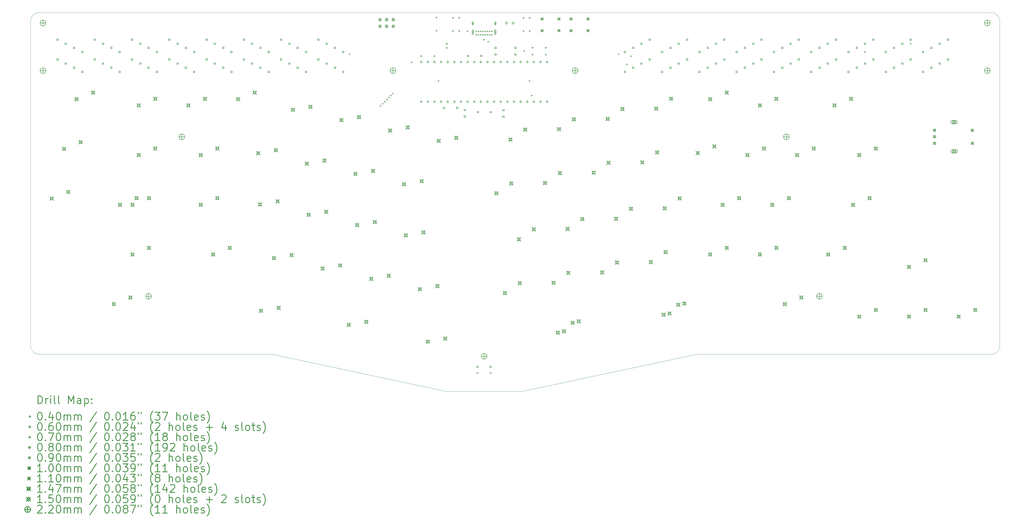
<source format=gbr>
%FSLAX45Y45*%
G04 Gerber Fmt 4.5, Leading zero omitted, Abs format (unit mm)*
G04 Created by KiCad (PCBNEW (5.1.6)-1) date 2020-09-04 21:54:14*
%MOMM*%
%LPD*%
G01*
G04 APERTURE LIST*
%TA.AperFunction,Profile*%
%ADD10C,0.050000*%
%TD*%
%ADD11C,0.200000*%
%ADD12C,0.300000*%
G04 APERTURE END LIST*
D10*
X2540000Y-8334375D02*
G75*
G02*
X2857500Y-8016875I317500J0D01*
G01*
X18494375Y-22542500D02*
X21351875Y-22542500D01*
X2857500Y-21113750D02*
G75*
G02*
X2540000Y-20796250I0J317500D01*
G01*
X39687500Y-20796250D02*
G75*
G02*
X39370000Y-21113750I-317500J0D01*
G01*
X39370000Y-8016875D02*
G75*
G02*
X39687500Y-8334375I0J-317500D01*
G01*
X28098750Y-21113750D02*
X21351875Y-22542500D01*
X39370000Y-21113750D02*
X28098750Y-21113750D01*
X11782425Y-21113750D02*
X18494375Y-22542500D01*
X2857500Y-21113750D02*
X11782425Y-21113750D01*
X39687500Y-8334375D02*
X39687500Y-20796250D01*
X2857500Y-8016875D02*
X39370000Y-8016875D01*
X2540000Y-8334375D02*
X2540000Y-20796250D01*
D11*
X14743750Y-9584375D02*
X14783750Y-9624375D01*
X14783750Y-9584375D02*
X14743750Y-9624375D01*
X15934375Y-11568750D02*
X15974375Y-11608750D01*
X15974375Y-11568750D02*
X15934375Y-11608750D01*
X16013750Y-11489375D02*
X16053750Y-11529375D01*
X16053750Y-11489375D02*
X16013750Y-11529375D01*
X16093125Y-11410000D02*
X16133125Y-11450000D01*
X16133125Y-11410000D02*
X16093125Y-11450000D01*
X16172500Y-11330625D02*
X16212500Y-11370625D01*
X16212500Y-11330625D02*
X16172500Y-11370625D01*
X16251875Y-11251250D02*
X16291875Y-11291250D01*
X16291875Y-11251250D02*
X16251875Y-11291250D01*
X16331250Y-11171875D02*
X16371250Y-11211875D01*
X16371250Y-11171875D02*
X16331250Y-11211875D01*
X16410625Y-11092500D02*
X16450625Y-11132500D01*
X16450625Y-11092500D02*
X16410625Y-11132500D01*
X17125000Y-9901875D02*
X17165000Y-9941875D01*
X17165000Y-9901875D02*
X17125000Y-9941875D01*
X18156875Y-10616250D02*
X18196875Y-10656250D01*
X18196875Y-10616250D02*
X18156875Y-10656250D01*
X19268125Y-8711250D02*
X19308125Y-8751250D01*
X19308125Y-8711250D02*
X19268125Y-8751250D01*
X19903125Y-9028750D02*
X19943125Y-9068750D01*
X19943125Y-9028750D02*
X19903125Y-9068750D01*
X20061875Y-9108125D02*
X20101875Y-9148125D01*
X20101875Y-9108125D02*
X20061875Y-9148125D01*
X21443000Y-9466900D02*
X21483000Y-9506900D01*
X21483000Y-9466900D02*
X21443000Y-9506900D01*
X21649375Y-10616250D02*
X21689375Y-10656250D01*
X21689375Y-10616250D02*
X21649375Y-10656250D01*
X21728750Y-11171875D02*
X21768750Y-11211875D01*
X21768750Y-11171875D02*
X21728750Y-11211875D01*
X25062500Y-9584375D02*
X25102500Y-9624375D01*
X25102500Y-9584375D02*
X25062500Y-9624375D01*
X25380000Y-9981250D02*
X25420000Y-10021250D01*
X25420000Y-9981250D02*
X25380000Y-10021250D01*
X25538750Y-9663750D02*
X25578750Y-9703750D01*
X25578750Y-9663750D02*
X25538750Y-9703750D01*
X34508125Y-9505000D02*
X34548125Y-9545000D01*
X34548125Y-9505000D02*
X34508125Y-9545000D01*
X36256462Y-9185413D02*
X36296462Y-9225413D01*
X36296462Y-9185413D02*
X36256462Y-9225413D01*
X19605125Y-8712500D02*
X19645125Y-8752500D01*
X19645125Y-8712500D02*
X19605125Y-8752500D01*
X19605625Y-8845000D02*
X19645625Y-8885000D01*
X19645625Y-8845000D02*
X19605625Y-8885000D01*
X19690125Y-8712500D02*
X19730125Y-8752500D01*
X19730125Y-8712500D02*
X19690125Y-8752500D01*
X19690625Y-8845000D02*
X19730625Y-8885000D01*
X19730625Y-8845000D02*
X19690625Y-8885000D01*
X19775125Y-8712500D02*
X19815125Y-8752500D01*
X19815125Y-8712500D02*
X19775125Y-8752500D01*
X19775625Y-8845000D02*
X19815625Y-8885000D01*
X19815625Y-8845000D02*
X19775625Y-8885000D01*
X19860125Y-8712500D02*
X19900125Y-8752500D01*
X19900125Y-8712500D02*
X19860125Y-8752500D01*
X19860625Y-8845000D02*
X19900625Y-8885000D01*
X19900625Y-8845000D02*
X19860625Y-8885000D01*
X19945125Y-8712500D02*
X19985125Y-8752500D01*
X19985125Y-8712500D02*
X19945125Y-8752500D01*
X19945625Y-8845000D02*
X19985625Y-8885000D01*
X19985625Y-8845000D02*
X19945625Y-8885000D01*
X20030125Y-8712500D02*
X20070125Y-8752500D01*
X20070125Y-8712500D02*
X20030125Y-8752500D01*
X20030625Y-8845000D02*
X20070625Y-8885000D01*
X20070625Y-8845000D02*
X20030625Y-8885000D01*
X20115125Y-8712500D02*
X20155125Y-8752500D01*
X20155125Y-8712500D02*
X20115125Y-8752500D01*
X20115625Y-8845000D02*
X20155625Y-8885000D01*
X20155625Y-8845000D02*
X20115625Y-8885000D01*
X20200625Y-8712500D02*
X20240625Y-8752500D01*
X20240625Y-8712500D02*
X20200625Y-8752500D01*
X20200625Y-8845000D02*
X20240625Y-8885000D01*
X20240625Y-8845000D02*
X20200625Y-8885000D01*
X19520625Y-8429000D02*
G75*
G03*
X19520625Y-8429000I-30000J0D01*
G01*
X19510625Y-8469000D02*
X19510625Y-8389000D01*
X19470625Y-8469000D02*
X19470625Y-8389000D01*
X19510625Y-8389000D02*
G75*
G03*
X19470625Y-8389000I-20000J0D01*
G01*
X19470625Y-8469000D02*
G75*
G03*
X19510625Y-8469000I20000J0D01*
G01*
X19520625Y-8767000D02*
G75*
G03*
X19520625Y-8767000I-30000J0D01*
G01*
X19510625Y-8842000D02*
X19510625Y-8692000D01*
X19470625Y-8842000D02*
X19470625Y-8692000D01*
X19510625Y-8692000D02*
G75*
G03*
X19470625Y-8692000I-20000J0D01*
G01*
X19470625Y-8842000D02*
G75*
G03*
X19510625Y-8842000I20000J0D01*
G01*
X20385625Y-8429000D02*
G75*
G03*
X20385625Y-8429000I-30000J0D01*
G01*
X20375625Y-8469000D02*
X20375625Y-8389000D01*
X20335625Y-8469000D02*
X20335625Y-8389000D01*
X20375625Y-8389000D02*
G75*
G03*
X20335625Y-8389000I-20000J0D01*
G01*
X20335625Y-8469000D02*
G75*
G03*
X20375625Y-8469000I20000J0D01*
G01*
X20385625Y-8767000D02*
G75*
G03*
X20385625Y-8767000I-30000J0D01*
G01*
X20375625Y-8842000D02*
X20375625Y-8692000D01*
X20335625Y-8842000D02*
X20335625Y-8692000D01*
X20375625Y-8692000D02*
G75*
G03*
X20335625Y-8692000I-20000J0D01*
G01*
X20335625Y-8842000D02*
G75*
G03*
X20375625Y-8842000I20000J0D01*
G01*
X18524375Y-9216250D02*
G75*
G03*
X18524375Y-9216250I-30000J0D01*
G01*
X18524375Y-9366250D02*
G75*
G03*
X18524375Y-9366250I-30000J0D01*
G01*
X18097500Y-8166025D02*
X18097500Y-8236025D01*
X18062500Y-8201025D02*
X18132500Y-8201025D01*
X18097500Y-8676025D02*
X18097500Y-8746025D01*
X18062500Y-8711025D02*
X18132500Y-8711025D01*
X18732500Y-8171900D02*
X18732500Y-8241900D01*
X18697500Y-8206900D02*
X18767500Y-8206900D01*
X18732500Y-8679900D02*
X18732500Y-8749900D01*
X18697500Y-8714900D02*
X18767500Y-8714900D01*
X19669125Y-21793125D02*
X19669125Y-21863125D01*
X19634125Y-21828125D02*
X19704125Y-21828125D01*
X20177125Y-21793125D02*
X20177125Y-21863125D01*
X20142125Y-21828125D02*
X20212125Y-21828125D01*
X21780500Y-9324900D02*
X21780500Y-9394900D01*
X21745500Y-9359900D02*
X21815500Y-9359900D01*
X22288500Y-9324900D02*
X22288500Y-9394900D01*
X22253500Y-9359900D02*
X22323500Y-9359900D01*
X17510125Y-9648750D02*
X17510125Y-9718750D01*
X17475125Y-9683750D02*
X17545125Y-9683750D01*
X18018125Y-9648750D02*
X18018125Y-9718750D01*
X17983125Y-9683750D02*
X18053125Y-9683750D01*
X21780500Y-9588425D02*
X21780500Y-9658425D01*
X21745500Y-9623425D02*
X21815500Y-9623425D01*
X22288500Y-9588425D02*
X22288500Y-9658425D01*
X22253500Y-9623425D02*
X22323500Y-9623425D01*
X21669375Y-8178725D02*
X21669375Y-8248725D01*
X21634375Y-8213725D02*
X21704375Y-8213725D01*
X21669375Y-8686725D02*
X21669375Y-8756725D01*
X21634375Y-8721725D02*
X21704375Y-8721725D01*
X21431250Y-8178725D02*
X21431250Y-8248725D01*
X21396250Y-8213725D02*
X21466250Y-8213725D01*
X21431250Y-8686725D02*
X21431250Y-8756725D01*
X21396250Y-8721725D02*
X21466250Y-8721725D01*
X18970625Y-8171900D02*
X18970625Y-8241900D01*
X18935625Y-8206900D02*
X19005625Y-8206900D01*
X18970625Y-8679900D02*
X18970625Y-8749900D01*
X18935625Y-8714900D02*
X19005625Y-8714900D01*
X28206409Y-9553285D02*
X28206409Y-9496716D01*
X28149840Y-9496716D01*
X28149840Y-9553285D01*
X28206409Y-9553285D01*
X28206409Y-10315285D02*
X28206409Y-10258716D01*
X28149840Y-10258716D01*
X28149840Y-10315285D01*
X28206409Y-10315285D01*
X25983909Y-9235785D02*
X25983909Y-9179216D01*
X25927340Y-9179216D01*
X25927340Y-9235785D01*
X25983909Y-9235785D01*
X25983909Y-9997785D02*
X25983909Y-9941216D01*
X25927340Y-9941216D01*
X25927340Y-9997785D01*
X25983909Y-9997785D01*
X8521410Y-9394535D02*
X8521410Y-9337966D01*
X8464841Y-9337966D01*
X8464841Y-9394535D01*
X8521410Y-9394535D01*
X8521410Y-10156535D02*
X8521410Y-10099966D01*
X8464841Y-10099966D01*
X8464841Y-10156535D01*
X8521410Y-10156535D01*
X9950160Y-9394535D02*
X9950160Y-9337966D01*
X9893591Y-9337966D01*
X9893591Y-9394535D01*
X9950160Y-9394535D01*
X9950160Y-10156535D02*
X9950160Y-10099966D01*
X9893591Y-10099966D01*
X9893591Y-10156535D01*
X9950160Y-10156535D01*
X20697535Y-11785309D02*
X20697535Y-11728740D01*
X20640966Y-11728740D01*
X20640966Y-11785309D01*
X20697535Y-11785309D01*
X20697535Y-12035309D02*
X20697535Y-11978740D01*
X20640966Y-11978740D01*
X20640966Y-12035309D01*
X20697535Y-12035309D01*
X20392735Y-9391360D02*
X20392735Y-9334791D01*
X20336166Y-9334791D01*
X20336166Y-9391360D01*
X20392735Y-9391360D01*
X21154735Y-9391360D02*
X21154735Y-9334791D01*
X21098166Y-9334791D01*
X21098166Y-9391360D01*
X21154735Y-9391360D01*
X37096410Y-9394535D02*
X37096410Y-9337966D01*
X37039841Y-9337966D01*
X37039841Y-9394535D01*
X37096410Y-9394535D01*
X37096410Y-10156535D02*
X37096410Y-10099966D01*
X37039841Y-10099966D01*
X37039841Y-10156535D01*
X37096410Y-10156535D01*
X3600159Y-9077035D02*
X3600159Y-9020466D01*
X3543590Y-9020466D01*
X3543590Y-9077035D01*
X3600159Y-9077035D01*
X3600159Y-9839035D02*
X3600159Y-9782466D01*
X3543590Y-9782466D01*
X3543590Y-9839035D01*
X3600159Y-9839035D01*
X5346410Y-9235785D02*
X5346410Y-9179216D01*
X5289841Y-9179216D01*
X5289841Y-9235785D01*
X5346410Y-9235785D01*
X5346410Y-9997785D02*
X5346410Y-9941216D01*
X5289841Y-9941216D01*
X5289841Y-9997785D01*
X5346410Y-9997785D01*
X12172659Y-9077035D02*
X12172659Y-9020466D01*
X12116090Y-9020466D01*
X12116090Y-9077035D01*
X12172659Y-9077035D01*
X12172659Y-9839035D02*
X12172659Y-9782466D01*
X12116090Y-9782466D01*
X12116090Y-9839035D01*
X12172659Y-9839035D01*
X31698909Y-9235785D02*
X31698909Y-9179216D01*
X31642340Y-9179216D01*
X31642340Y-9235785D01*
X31698909Y-9235785D01*
X31698909Y-9997785D02*
X31698909Y-9941216D01*
X31642340Y-9941216D01*
X31642340Y-9997785D01*
X31698909Y-9997785D01*
X13125159Y-9553285D02*
X13125159Y-9496716D01*
X13068590Y-9496716D01*
X13068590Y-9553285D01*
X13125159Y-9553285D01*
X13125159Y-10315285D02*
X13125159Y-10258716D01*
X13068590Y-10258716D01*
X13068590Y-10315285D01*
X13125159Y-10315285D01*
X36302660Y-9077035D02*
X36302660Y-9020466D01*
X36246091Y-9020466D01*
X36246091Y-9077035D01*
X36302660Y-9077035D01*
X36302660Y-9839035D02*
X36302660Y-9782466D01*
X36246091Y-9782466D01*
X36246091Y-9839035D01*
X36302660Y-9839035D01*
X19714235Y-11861509D02*
X19714235Y-11804940D01*
X19657666Y-11804940D01*
X19657666Y-11861509D01*
X19714235Y-11861509D01*
X20202235Y-11861509D02*
X20202235Y-11804940D01*
X20145666Y-11804940D01*
X20145666Y-11861509D01*
X20202235Y-11861509D01*
X30587659Y-9077035D02*
X30587659Y-9020466D01*
X30531090Y-9020466D01*
X30531090Y-9077035D01*
X30587659Y-9077035D01*
X30587659Y-9839035D02*
X30587659Y-9782466D01*
X30531090Y-9782466D01*
X30531090Y-9839035D01*
X30587659Y-9839035D01*
X34873910Y-9077035D02*
X34873910Y-9020466D01*
X34817341Y-9020466D01*
X34817341Y-9077035D01*
X34873910Y-9077035D01*
X34873910Y-9839035D02*
X34873910Y-9782466D01*
X34817341Y-9782466D01*
X34817341Y-9839035D01*
X34873910Y-9839035D01*
X28841409Y-9235785D02*
X28841409Y-9179216D01*
X28784840Y-9179216D01*
X28784840Y-9235785D01*
X28841409Y-9235785D01*
X28841409Y-9997785D02*
X28841409Y-9941216D01*
X28784840Y-9941216D01*
X28784840Y-9997785D01*
X28841409Y-9997785D01*
X32810159Y-9394535D02*
X32810159Y-9337966D01*
X32753590Y-9337966D01*
X32753590Y-9394535D01*
X32810159Y-9394535D01*
X32810159Y-10156535D02*
X32810159Y-10099966D01*
X32753590Y-10099966D01*
X32753590Y-10156535D01*
X32810159Y-10156535D01*
X35667660Y-9394535D02*
X35667660Y-9337966D01*
X35611091Y-9337966D01*
X35611091Y-9394535D01*
X35667660Y-9394535D01*
X35667660Y-10156535D02*
X35667660Y-10099966D01*
X35611091Y-10099966D01*
X35611091Y-10156535D01*
X35667660Y-10156535D01*
X9315160Y-9077035D02*
X9315160Y-9020466D01*
X9258591Y-9020466D01*
X9258591Y-9077035D01*
X9315160Y-9077035D01*
X9315160Y-9839035D02*
X9315160Y-9782466D01*
X9258591Y-9782466D01*
X9258591Y-9839035D01*
X9315160Y-9839035D01*
X5028910Y-9077035D02*
X5028910Y-9020466D01*
X4972341Y-9020466D01*
X4972341Y-9077035D01*
X5028910Y-9077035D01*
X5028910Y-9839035D02*
X5028910Y-9782466D01*
X4972341Y-9782466D01*
X4972341Y-9839035D01*
X5028910Y-9839035D01*
X19700585Y-21627810D02*
X19700585Y-21571241D01*
X19644016Y-21571241D01*
X19644016Y-21627810D01*
X19700585Y-21627810D01*
X20200585Y-21627810D02*
X20200585Y-21571241D01*
X20144016Y-21571241D01*
X20144016Y-21627810D01*
X20200585Y-21627810D01*
X26777659Y-9553285D02*
X26777659Y-9496716D01*
X26721090Y-9496716D01*
X26721090Y-9553285D01*
X26777659Y-9553285D01*
X26777659Y-10315285D02*
X26777659Y-10258716D01*
X26721090Y-10258716D01*
X26721090Y-10315285D01*
X26777659Y-10315285D01*
X5981409Y-9553285D02*
X5981409Y-9496716D01*
X5924840Y-9496716D01*
X5924840Y-9553285D01*
X5981409Y-9553285D01*
X5981409Y-10315285D02*
X5981409Y-10258716D01*
X5924840Y-10258716D01*
X5924840Y-10315285D01*
X5981409Y-10315285D01*
X12490159Y-9235785D02*
X12490159Y-9179216D01*
X12433590Y-9179216D01*
X12433590Y-9235785D01*
X12490159Y-9235785D01*
X12490159Y-9997785D02*
X12490159Y-9941216D01*
X12433590Y-9941216D01*
X12433590Y-9997785D01*
X12490159Y-9997785D01*
X6775159Y-9235785D02*
X6775159Y-9179216D01*
X6718590Y-9179216D01*
X6718590Y-9235785D01*
X6775159Y-9235785D01*
X6775159Y-9997785D02*
X6775159Y-9941216D01*
X6718590Y-9941216D01*
X6718590Y-9997785D01*
X6775159Y-9997785D01*
X19211635Y-11775784D02*
X19211635Y-11719215D01*
X19155066Y-11719215D01*
X19155066Y-11775784D01*
X19211635Y-11775784D01*
X19211635Y-12025784D02*
X19211635Y-11969215D01*
X19155066Y-11969215D01*
X19155066Y-12025784D01*
X19211635Y-12025784D01*
X26301409Y-9077035D02*
X26301409Y-9020466D01*
X26244840Y-9020466D01*
X26244840Y-9077035D01*
X26301409Y-9077035D01*
X26301409Y-9839035D02*
X26301409Y-9782466D01*
X26244840Y-9782466D01*
X26244840Y-9839035D01*
X26301409Y-9839035D01*
X10743910Y-9077035D02*
X10743910Y-9020466D01*
X10687341Y-9020466D01*
X10687341Y-9077035D01*
X10743910Y-9077035D01*
X10743910Y-9839035D02*
X10743910Y-9782466D01*
X10687341Y-9782466D01*
X10687341Y-9839035D01*
X10743910Y-9839035D01*
X30270159Y-9235785D02*
X30270159Y-9179216D01*
X30213590Y-9179216D01*
X30213590Y-9235785D01*
X30270159Y-9235785D01*
X30270159Y-9997785D02*
X30270159Y-9941216D01*
X30213590Y-9941216D01*
X30213590Y-9997785D01*
X30270159Y-9997785D01*
X33921410Y-9553285D02*
X33921410Y-9496716D01*
X33864841Y-9496716D01*
X33864841Y-9553285D01*
X33921410Y-9553285D01*
X33921410Y-10315285D02*
X33921410Y-10258716D01*
X33864841Y-10258716D01*
X33864841Y-10315285D01*
X33921410Y-10315285D01*
X4235160Y-9394535D02*
X4235160Y-9337966D01*
X4178590Y-9337966D01*
X4178590Y-9394535D01*
X4235160Y-9394535D01*
X4235160Y-10156535D02*
X4235160Y-10099966D01*
X4178590Y-10099966D01*
X4178590Y-10156535D01*
X4235160Y-10156535D01*
X28523909Y-9394535D02*
X28523909Y-9337966D01*
X28467340Y-9337966D01*
X28467340Y-9394535D01*
X28523909Y-9394535D01*
X28523909Y-10156535D02*
X28523909Y-10099966D01*
X28467340Y-10099966D01*
X28467340Y-10156535D01*
X28523909Y-10156535D01*
X35350160Y-9553285D02*
X35350160Y-9496716D01*
X35293591Y-9496716D01*
X35293591Y-9553285D01*
X35350160Y-9553285D01*
X35350160Y-10315285D02*
X35350160Y-10258716D01*
X35293591Y-10258716D01*
X35293591Y-10315285D01*
X35350160Y-10315285D01*
X8838910Y-9553285D02*
X8838910Y-9496716D01*
X8782341Y-9496716D01*
X8782341Y-9553285D01*
X8838910Y-9553285D01*
X8838910Y-10315285D02*
X8838910Y-10258716D01*
X8782341Y-10258716D01*
X8782341Y-10315285D01*
X8838910Y-10315285D01*
X33445159Y-9077035D02*
X33445159Y-9020466D01*
X33388590Y-9020466D01*
X33388590Y-9077035D01*
X33445159Y-9077035D01*
X33445159Y-9839035D02*
X33445159Y-9782466D01*
X33388590Y-9782466D01*
X33388590Y-9839035D01*
X33445159Y-9839035D01*
X18419535Y-11696409D02*
X18419535Y-11639840D01*
X18362966Y-11639840D01*
X18362966Y-11696409D01*
X18419535Y-11696409D01*
X18919535Y-11696409D02*
X18919535Y-11639840D01*
X18862966Y-11639840D01*
X18862966Y-11696409D01*
X18919535Y-11696409D01*
X8203909Y-9235785D02*
X8203909Y-9179216D01*
X8147340Y-9179216D01*
X8147340Y-9235785D01*
X8203909Y-9235785D01*
X8203909Y-9997785D02*
X8203909Y-9941216D01*
X8147340Y-9941216D01*
X8147340Y-9997785D01*
X8203909Y-9997785D01*
X3917659Y-9235785D02*
X3917659Y-9179216D01*
X3861090Y-9179216D01*
X3861090Y-9235785D01*
X3917659Y-9235785D01*
X3917659Y-9997785D02*
X3917659Y-9941216D01*
X3861090Y-9941216D01*
X3861090Y-9997785D01*
X3917659Y-9997785D01*
X19340285Y-9702510D02*
X19340285Y-9645941D01*
X19283716Y-9645941D01*
X19283716Y-9702510D01*
X19340285Y-9702510D01*
X19840285Y-9702510D02*
X19840285Y-9645941D01*
X19783716Y-9645941D01*
X19783716Y-9702510D01*
X19840285Y-9702510D01*
X17541585Y-9934285D02*
X17541585Y-9877716D01*
X17485016Y-9877716D01*
X17485016Y-9934285D01*
X17541585Y-9934285D01*
X17541585Y-11458284D02*
X17541585Y-11401715D01*
X17485016Y-11401715D01*
X17485016Y-11458284D01*
X17541585Y-11458284D01*
X17795585Y-9934285D02*
X17795585Y-9877716D01*
X17739016Y-9877716D01*
X17739016Y-9934285D01*
X17795585Y-9934285D01*
X17795585Y-11458284D02*
X17795585Y-11401715D01*
X17739016Y-11401715D01*
X17739016Y-11458284D01*
X17795585Y-11458284D01*
X18049585Y-9934285D02*
X18049585Y-9877716D01*
X17993016Y-9877716D01*
X17993016Y-9934285D01*
X18049585Y-9934285D01*
X18049585Y-11458284D02*
X18049585Y-11401715D01*
X17993016Y-11401715D01*
X17993016Y-11458284D01*
X18049585Y-11458284D01*
X18303585Y-9934285D02*
X18303585Y-9877716D01*
X18247016Y-9877716D01*
X18247016Y-9934285D01*
X18303585Y-9934285D01*
X18303585Y-11458284D02*
X18303585Y-11401715D01*
X18247016Y-11401715D01*
X18247016Y-11458284D01*
X18303585Y-11458284D01*
X18557585Y-9934285D02*
X18557585Y-9877716D01*
X18501016Y-9877716D01*
X18501016Y-9934285D01*
X18557585Y-9934285D01*
X18557585Y-11458284D02*
X18557585Y-11401715D01*
X18501016Y-11401715D01*
X18501016Y-11458284D01*
X18557585Y-11458284D01*
X18811585Y-9934285D02*
X18811585Y-9877716D01*
X18755016Y-9877716D01*
X18755016Y-9934285D01*
X18811585Y-9934285D01*
X18811585Y-11458284D02*
X18811585Y-11401715D01*
X18755016Y-11401715D01*
X18755016Y-11458284D01*
X18811585Y-11458284D01*
X19065585Y-9934285D02*
X19065585Y-9877716D01*
X19009016Y-9877716D01*
X19009016Y-9934285D01*
X19065585Y-9934285D01*
X19065585Y-11458284D02*
X19065585Y-11401715D01*
X19009016Y-11401715D01*
X19009016Y-11458284D01*
X19065585Y-11458284D01*
X19319585Y-9934285D02*
X19319585Y-9877716D01*
X19263016Y-9877716D01*
X19263016Y-9934285D01*
X19319585Y-9934285D01*
X19319585Y-11458284D02*
X19319585Y-11401715D01*
X19263016Y-11401715D01*
X19263016Y-11458284D01*
X19319585Y-11458284D01*
X19573585Y-9934285D02*
X19573585Y-9877716D01*
X19517016Y-9877716D01*
X19517016Y-9934285D01*
X19573585Y-9934285D01*
X19573585Y-11458284D02*
X19573585Y-11401715D01*
X19517016Y-11401715D01*
X19517016Y-11458284D01*
X19573585Y-11458284D01*
X19827585Y-9934285D02*
X19827585Y-9877716D01*
X19771016Y-9877716D01*
X19771016Y-9934285D01*
X19827585Y-9934285D01*
X19827585Y-11458284D02*
X19827585Y-11401715D01*
X19771016Y-11401715D01*
X19771016Y-11458284D01*
X19827585Y-11458284D01*
X20081585Y-9934285D02*
X20081585Y-9877716D01*
X20025016Y-9877716D01*
X20025016Y-9934285D01*
X20081585Y-9934285D01*
X20081585Y-11458284D02*
X20081585Y-11401715D01*
X20025016Y-11401715D01*
X20025016Y-11458284D01*
X20081585Y-11458284D01*
X20335585Y-9934285D02*
X20335585Y-9877716D01*
X20279016Y-9877716D01*
X20279016Y-9934285D01*
X20335585Y-9934285D01*
X20335585Y-11458284D02*
X20335585Y-11401715D01*
X20279016Y-11401715D01*
X20279016Y-11458284D01*
X20335585Y-11458284D01*
X20589585Y-9934285D02*
X20589585Y-9877716D01*
X20533016Y-9877716D01*
X20533016Y-9934285D01*
X20589585Y-9934285D01*
X20589585Y-11458284D02*
X20589585Y-11401715D01*
X20533016Y-11401715D01*
X20533016Y-11458284D01*
X20589585Y-11458284D01*
X20843585Y-9934285D02*
X20843585Y-9877716D01*
X20787016Y-9877716D01*
X20787016Y-9934285D01*
X20843585Y-9934285D01*
X20843585Y-11458284D02*
X20843585Y-11401715D01*
X20787016Y-11401715D01*
X20787016Y-11458284D01*
X20843585Y-11458284D01*
X21097585Y-9934285D02*
X21097585Y-9877716D01*
X21041016Y-9877716D01*
X21041016Y-9934285D01*
X21097585Y-9934285D01*
X21097585Y-11458284D02*
X21097585Y-11401715D01*
X21041016Y-11401715D01*
X21041016Y-11458284D01*
X21097585Y-11458284D01*
X21351585Y-9934285D02*
X21351585Y-9877716D01*
X21295016Y-9877716D01*
X21295016Y-9934285D01*
X21351585Y-9934285D01*
X21351585Y-11458284D02*
X21351585Y-11401715D01*
X21295016Y-11401715D01*
X21295016Y-11458284D01*
X21351585Y-11458284D01*
X21605585Y-9934285D02*
X21605585Y-9877716D01*
X21549016Y-9877716D01*
X21549016Y-9934285D01*
X21605585Y-9934285D01*
X21605585Y-11458284D02*
X21605585Y-11401715D01*
X21549016Y-11401715D01*
X21549016Y-11458284D01*
X21605585Y-11458284D01*
X21859585Y-9934285D02*
X21859585Y-9877716D01*
X21803016Y-9877716D01*
X21803016Y-9934285D01*
X21859585Y-9934285D01*
X21859585Y-11458284D02*
X21859585Y-11401715D01*
X21803016Y-11401715D01*
X21803016Y-11458284D01*
X21859585Y-11458284D01*
X22113585Y-9934285D02*
X22113585Y-9877716D01*
X22057016Y-9877716D01*
X22057016Y-9934285D01*
X22113585Y-9934285D01*
X22113585Y-11458284D02*
X22113585Y-11401715D01*
X22057016Y-11401715D01*
X22057016Y-11458284D01*
X22113585Y-11458284D01*
X22367585Y-9934285D02*
X22367585Y-9877716D01*
X22311016Y-9877716D01*
X22311016Y-9934285D01*
X22367585Y-9934285D01*
X22367585Y-11458284D02*
X22367585Y-11401715D01*
X22311016Y-11401715D01*
X22311016Y-11458284D01*
X22367585Y-11458284D01*
X31381409Y-9394535D02*
X31381409Y-9337966D01*
X31324840Y-9337966D01*
X31324840Y-9394535D01*
X31381409Y-9394535D01*
X31381409Y-10156535D02*
X31381409Y-10099966D01*
X31324840Y-10099966D01*
X31324840Y-10156535D01*
X31381409Y-10156535D01*
X33127659Y-9235785D02*
X33127659Y-9179216D01*
X33071090Y-9179216D01*
X33071090Y-9235785D01*
X33127659Y-9235785D01*
X33127659Y-9997785D02*
X33127659Y-9941216D01*
X33071090Y-9941216D01*
X33071090Y-9997785D01*
X33127659Y-9997785D01*
X31063909Y-9553285D02*
X31063909Y-9496716D01*
X31007340Y-9496716D01*
X31007340Y-9553285D01*
X31063909Y-9553285D01*
X31063909Y-10315285D02*
X31063909Y-10258716D01*
X31007340Y-10258716D01*
X31007340Y-10315285D01*
X31063909Y-10315285D01*
X36778910Y-9553285D02*
X36778910Y-9496716D01*
X36722341Y-9496716D01*
X36722341Y-9553285D01*
X36778910Y-9553285D01*
X36778910Y-10315285D02*
X36778910Y-10258716D01*
X36722341Y-10258716D01*
X36722341Y-10315285D01*
X36778910Y-10315285D01*
X27095159Y-9394535D02*
X27095159Y-9337966D01*
X27038590Y-9337966D01*
X27038590Y-9394535D01*
X27095159Y-9394535D01*
X27095159Y-10156535D02*
X27095159Y-10099966D01*
X27038590Y-10099966D01*
X27038590Y-10156535D01*
X27095159Y-10156535D01*
X35985160Y-9235785D02*
X35985160Y-9179216D01*
X35928591Y-9179216D01*
X35928591Y-9235785D01*
X35985160Y-9235785D01*
X35985160Y-9997785D02*
X35985160Y-9941216D01*
X35928591Y-9941216D01*
X35928591Y-9997785D01*
X35985160Y-9997785D01*
X10267660Y-9553285D02*
X10267660Y-9496716D01*
X10211091Y-9496716D01*
X10211091Y-9553285D01*
X10267660Y-9553285D01*
X10267660Y-10315285D02*
X10267660Y-10258716D01*
X10211091Y-10258716D01*
X10211091Y-10315285D01*
X10267660Y-10315285D01*
X13918909Y-9235785D02*
X13918909Y-9179216D01*
X13862340Y-9179216D01*
X13862340Y-9235785D01*
X13918909Y-9235785D01*
X13918909Y-9997785D02*
X13918909Y-9941216D01*
X13862340Y-9941216D01*
X13862340Y-9997785D01*
X13918909Y-9997785D01*
X20392735Y-9651710D02*
X20392735Y-9595141D01*
X20336166Y-9595141D01*
X20336166Y-9651710D01*
X20392735Y-9651710D01*
X21154735Y-9651710D02*
X21154735Y-9595141D01*
X21098166Y-9595141D01*
X21098166Y-9651710D01*
X21154735Y-9651710D01*
X9632660Y-9235785D02*
X9632660Y-9179216D01*
X9576091Y-9179216D01*
X9576091Y-9235785D01*
X9632660Y-9235785D01*
X9632660Y-9997785D02*
X9632660Y-9941216D01*
X9576091Y-9941216D01*
X9576091Y-9997785D01*
X9632660Y-9997785D01*
X7092659Y-9394535D02*
X7092659Y-9337966D01*
X7036090Y-9337966D01*
X7036090Y-9394535D01*
X7092659Y-9394535D01*
X7092659Y-10156535D02*
X7092659Y-10099966D01*
X7036090Y-10099966D01*
X7036090Y-10156535D01*
X7092659Y-10156535D01*
X29635159Y-9553285D02*
X29635159Y-9496716D01*
X29578590Y-9496716D01*
X29578590Y-9553285D01*
X29635159Y-9553285D01*
X29635159Y-10315285D02*
X29635159Y-10258716D01*
X29578590Y-10258716D01*
X29578590Y-10315285D01*
X29635159Y-10315285D01*
X34238910Y-9394535D02*
X34238910Y-9337966D01*
X34182341Y-9337966D01*
X34182341Y-9394535D01*
X34238910Y-9394535D01*
X34238910Y-10156535D02*
X34238910Y-10099966D01*
X34182341Y-10099966D01*
X34182341Y-10156535D01*
X34238910Y-10156535D01*
X11696409Y-9553285D02*
X11696409Y-9496716D01*
X11639840Y-9496716D01*
X11639840Y-9553285D01*
X11696409Y-9553285D01*
X11696409Y-10315285D02*
X11696409Y-10258716D01*
X11639840Y-10258716D01*
X11639840Y-10315285D01*
X11696409Y-10315285D01*
X13601409Y-9077035D02*
X13601409Y-9020466D01*
X13544840Y-9020466D01*
X13544840Y-9077035D01*
X13601409Y-9077035D01*
X13601409Y-9839035D02*
X13601409Y-9782466D01*
X13544840Y-9782466D01*
X13544840Y-9839035D01*
X13601409Y-9839035D01*
X14236409Y-9394535D02*
X14236409Y-9337966D01*
X14179840Y-9337966D01*
X14179840Y-9394535D01*
X14236409Y-9394535D01*
X14236409Y-10156535D02*
X14236409Y-10099966D01*
X14179840Y-10099966D01*
X14179840Y-10156535D01*
X14236409Y-10156535D01*
X29952659Y-9394535D02*
X29952659Y-9337966D01*
X29896090Y-9337966D01*
X29896090Y-9394535D01*
X29952659Y-9394535D01*
X29952659Y-10156535D02*
X29952659Y-10099966D01*
X29896090Y-10099966D01*
X29896090Y-10156535D01*
X29952659Y-10156535D01*
X11378909Y-9394535D02*
X11378909Y-9337966D01*
X11322340Y-9337966D01*
X11322340Y-9394535D01*
X11378909Y-9394535D01*
X11378909Y-10156535D02*
X11378909Y-10099966D01*
X11322340Y-10099966D01*
X11322340Y-10156535D01*
X11378909Y-10156535D01*
X14553909Y-9553285D02*
X14553909Y-9496716D01*
X14497340Y-9496716D01*
X14497340Y-9553285D01*
X14553909Y-9553285D01*
X14553909Y-10315285D02*
X14553909Y-10258716D01*
X14497340Y-10258716D01*
X14497340Y-10315285D01*
X14553909Y-10315285D01*
X4552660Y-9553285D02*
X4552660Y-9496716D01*
X4496091Y-9496716D01*
X4496091Y-9553285D01*
X4552660Y-9553285D01*
X4552660Y-10315285D02*
X4552660Y-10258716D01*
X4496091Y-10258716D01*
X4496091Y-10315285D01*
X4552660Y-10315285D01*
X27730159Y-9077035D02*
X27730159Y-9020466D01*
X27673590Y-9020466D01*
X27673590Y-9077035D01*
X27730159Y-9077035D01*
X27730159Y-9839035D02*
X27730159Y-9782466D01*
X27673590Y-9782466D01*
X27673590Y-9839035D01*
X27730159Y-9839035D01*
X29158909Y-9077035D02*
X29158909Y-9020466D01*
X29102340Y-9020466D01*
X29102340Y-9077035D01*
X29158909Y-9077035D01*
X29158909Y-9839035D02*
X29158909Y-9782466D01*
X29102340Y-9782466D01*
X29102340Y-9839035D01*
X29158909Y-9839035D01*
X11061410Y-9235785D02*
X11061410Y-9179216D01*
X11004841Y-9179216D01*
X11004841Y-9235785D01*
X11061410Y-9235785D01*
X11061410Y-9997785D02*
X11061410Y-9941216D01*
X11004841Y-9941216D01*
X11004841Y-9997785D01*
X11061410Y-9997785D01*
X12807659Y-9394535D02*
X12807659Y-9337966D01*
X12751090Y-9337966D01*
X12751090Y-9394535D01*
X12807659Y-9394535D01*
X12807659Y-10156535D02*
X12807659Y-10099966D01*
X12751090Y-10099966D01*
X12751090Y-10156535D01*
X12807659Y-10156535D01*
X32492659Y-9553285D02*
X32492659Y-9496716D01*
X32436090Y-9496716D01*
X32436090Y-9553285D01*
X32492659Y-9553285D01*
X32492659Y-10315285D02*
X32492659Y-10258716D01*
X32436090Y-10258716D01*
X32436090Y-10315285D01*
X32492659Y-10315285D01*
X37731410Y-9077035D02*
X37731410Y-9020466D01*
X37674841Y-9020466D01*
X37674841Y-9077035D01*
X37731410Y-9077035D01*
X37731410Y-9839035D02*
X37731410Y-9782466D01*
X37674841Y-9782466D01*
X37674841Y-9839035D01*
X37731410Y-9839035D01*
X6457659Y-9077035D02*
X6457659Y-9020466D01*
X6401090Y-9020466D01*
X6401090Y-9077035D01*
X6457659Y-9077035D01*
X6457659Y-9839035D02*
X6457659Y-9782466D01*
X6401090Y-9782466D01*
X6401090Y-9839035D01*
X6457659Y-9839035D01*
X5663909Y-9394535D02*
X5663909Y-9337966D01*
X5607340Y-9337966D01*
X5607340Y-9394535D01*
X5663909Y-9394535D01*
X5663909Y-10156535D02*
X5663909Y-10099966D01*
X5607340Y-10099966D01*
X5607340Y-10156535D01*
X5663909Y-10156535D01*
X7410159Y-9553285D02*
X7410159Y-9496716D01*
X7353590Y-9496716D01*
X7353590Y-9553285D01*
X7410159Y-9553285D01*
X7410159Y-10315285D02*
X7410159Y-10258716D01*
X7353590Y-10258716D01*
X7353590Y-10315285D01*
X7410159Y-10315285D01*
X25348909Y-9553285D02*
X25348909Y-9496716D01*
X25292340Y-9496716D01*
X25292340Y-9553285D01*
X25348909Y-9553285D01*
X25348909Y-10315285D02*
X25348909Y-10258716D01*
X25292340Y-10258716D01*
X25292340Y-10315285D01*
X25348909Y-10315285D01*
X32016409Y-9077035D02*
X32016409Y-9020466D01*
X31959840Y-9020466D01*
X31959840Y-9077035D01*
X32016409Y-9077035D01*
X32016409Y-9839035D02*
X32016409Y-9782466D01*
X31959840Y-9782466D01*
X31959840Y-9839035D01*
X32016409Y-9839035D01*
X34556410Y-9235785D02*
X34556410Y-9179216D01*
X34499841Y-9179216D01*
X34499841Y-9235785D01*
X34556410Y-9235785D01*
X34556410Y-9997785D02*
X34556410Y-9941216D01*
X34499841Y-9941216D01*
X34499841Y-9997785D01*
X34556410Y-9997785D01*
X25666409Y-9394535D02*
X25666409Y-9337966D01*
X25609840Y-9337966D01*
X25609840Y-9394535D01*
X25666409Y-9394535D01*
X25666409Y-10156535D02*
X25666409Y-10099966D01*
X25609840Y-10099966D01*
X25609840Y-10156535D01*
X25666409Y-10156535D01*
X37413910Y-9235785D02*
X37413910Y-9179216D01*
X37357341Y-9179216D01*
X37357341Y-9235785D01*
X37413910Y-9235785D01*
X37413910Y-9997785D02*
X37413910Y-9941216D01*
X37357341Y-9941216D01*
X37357341Y-9997785D01*
X37413910Y-9997785D01*
X7886409Y-9077035D02*
X7886409Y-9020466D01*
X7829840Y-9020466D01*
X7829840Y-9077035D01*
X7886409Y-9077035D01*
X7886409Y-9839035D02*
X7886409Y-9782466D01*
X7829840Y-9782466D01*
X7829840Y-9839035D01*
X7886409Y-9839035D01*
X27412659Y-9235785D02*
X27412659Y-9179216D01*
X27356090Y-9179216D01*
X27356090Y-9235785D01*
X27412659Y-9235785D01*
X27412659Y-9997785D02*
X27412659Y-9941216D01*
X27356090Y-9941216D01*
X27356090Y-9997785D01*
X27412659Y-9997785D01*
X20780375Y-8458750D02*
X20825375Y-8413750D01*
X20780375Y-8368750D01*
X20735375Y-8413750D01*
X20780375Y-8458750D01*
X21034375Y-8458750D02*
X21079375Y-8413750D01*
X21034375Y-8368750D01*
X20989375Y-8413750D01*
X21034375Y-8458750D01*
X37141250Y-12475000D02*
X37241250Y-12575000D01*
X37241250Y-12475000D02*
X37141250Y-12575000D01*
X37241250Y-12525000D02*
G75*
G03*
X37241250Y-12525000I-50000J0D01*
G01*
X37141250Y-12725000D02*
X37241250Y-12825000D01*
X37241250Y-12725000D02*
X37141250Y-12825000D01*
X37241250Y-12775000D02*
G75*
G03*
X37241250Y-12775000I-50000J0D01*
G01*
X37141250Y-12975000D02*
X37241250Y-13075000D01*
X37241250Y-12975000D02*
X37141250Y-13075000D01*
X37241250Y-13025000D02*
G75*
G03*
X37241250Y-13025000I-50000J0D01*
G01*
X38591250Y-12475000D02*
X38691250Y-12575000D01*
X38691250Y-12475000D02*
X38591250Y-12575000D01*
X38691250Y-12525000D02*
G75*
G03*
X38691250Y-12525000I-50000J0D01*
G01*
X38591250Y-12975000D02*
X38691250Y-13075000D01*
X38691250Y-12975000D02*
X38591250Y-13075000D01*
X38691250Y-13025000D02*
G75*
G03*
X38691250Y-13025000I-50000J0D01*
G01*
X15885325Y-8234751D02*
X15985325Y-8334751D01*
X15985325Y-8234751D02*
X15885325Y-8334751D01*
X15985325Y-8284751D02*
G75*
G03*
X15985325Y-8284751I-50000J0D01*
G01*
X15885325Y-8488751D02*
X15985325Y-8588751D01*
X15985325Y-8488751D02*
X15885325Y-8588751D01*
X15985325Y-8538751D02*
G75*
G03*
X15985325Y-8538751I-50000J0D01*
G01*
X16139325Y-8234751D02*
X16239325Y-8334751D01*
X16239325Y-8234751D02*
X16139325Y-8334751D01*
X16239325Y-8284751D02*
G75*
G03*
X16239325Y-8284751I-50000J0D01*
G01*
X16139325Y-8488751D02*
X16239325Y-8588751D01*
X16239325Y-8488751D02*
X16139325Y-8588751D01*
X16239325Y-8538751D02*
G75*
G03*
X16239325Y-8538751I-50000J0D01*
G01*
X16393325Y-8234751D02*
X16493325Y-8334751D01*
X16493325Y-8234751D02*
X16393325Y-8334751D01*
X16493325Y-8284751D02*
G75*
G03*
X16493325Y-8284751I-50000J0D01*
G01*
X16393325Y-8488751D02*
X16493325Y-8588751D01*
X16493325Y-8488751D02*
X16393325Y-8588751D01*
X16493325Y-8538751D02*
G75*
G03*
X16493325Y-8538751I-50000J0D01*
G01*
X23201875Y-8200000D02*
X23311875Y-8310000D01*
X23311875Y-8200000D02*
X23201875Y-8310000D01*
X23256875Y-8200000D02*
X23256875Y-8310000D01*
X23201875Y-8255000D02*
X23311875Y-8255000D01*
X23201875Y-8650000D02*
X23311875Y-8760000D01*
X23311875Y-8650000D02*
X23201875Y-8760000D01*
X23256875Y-8650000D02*
X23256875Y-8760000D01*
X23201875Y-8705000D02*
X23311875Y-8705000D01*
X23851875Y-8200000D02*
X23961875Y-8310000D01*
X23961875Y-8200000D02*
X23851875Y-8310000D01*
X23906875Y-8200000D02*
X23906875Y-8310000D01*
X23851875Y-8255000D02*
X23961875Y-8255000D01*
X23851875Y-8650000D02*
X23961875Y-8760000D01*
X23961875Y-8650000D02*
X23851875Y-8760000D01*
X23906875Y-8650000D02*
X23906875Y-8760000D01*
X23851875Y-8705000D02*
X23961875Y-8705000D01*
X22090625Y-8200000D02*
X22200625Y-8310000D01*
X22200625Y-8200000D02*
X22090625Y-8310000D01*
X22145625Y-8200000D02*
X22145625Y-8310000D01*
X22090625Y-8255000D02*
X22200625Y-8255000D01*
X22090625Y-8650000D02*
X22200625Y-8760000D01*
X22200625Y-8650000D02*
X22090625Y-8760000D01*
X22145625Y-8650000D02*
X22145625Y-8760000D01*
X22090625Y-8705000D02*
X22200625Y-8705000D01*
X22740625Y-8200000D02*
X22850625Y-8310000D01*
X22850625Y-8200000D02*
X22740625Y-8310000D01*
X22795625Y-8200000D02*
X22795625Y-8310000D01*
X22740625Y-8255000D02*
X22850625Y-8255000D01*
X22740625Y-8650000D02*
X22850625Y-8760000D01*
X22850625Y-8650000D02*
X22740625Y-8760000D01*
X22795625Y-8650000D02*
X22795625Y-8760000D01*
X22740625Y-8705000D02*
X22850625Y-8705000D01*
X16852076Y-16484335D02*
X16999076Y-16631335D01*
X16999076Y-16484335D02*
X16852076Y-16631335D01*
X16977549Y-16609808D02*
X16977549Y-16505863D01*
X16873604Y-16505863D01*
X16873604Y-16609808D01*
X16977549Y-16609808D01*
X17526010Y-16367910D02*
X17673010Y-16514910D01*
X17673010Y-16367910D02*
X17526010Y-16514910D01*
X17651483Y-16493383D02*
X17651483Y-16389437D01*
X17547537Y-16389437D01*
X17547537Y-16493383D01*
X17651483Y-16493383D01*
X6371750Y-17214375D02*
X6518750Y-17361375D01*
X6518750Y-17214375D02*
X6371750Y-17361375D01*
X6497223Y-17339848D02*
X6497223Y-17235902D01*
X6393277Y-17235902D01*
X6393277Y-17339848D01*
X6497223Y-17339848D01*
X7006750Y-16960375D02*
X7153750Y-17107375D01*
X7153750Y-16960375D02*
X7006750Y-17107375D01*
X7132223Y-17085848D02*
X7132223Y-16981902D01*
X7028277Y-16981902D01*
X7028277Y-17085848D01*
X7132223Y-17085848D01*
X23048812Y-16238822D02*
X23195812Y-16385822D01*
X23195812Y-16238822D02*
X23048812Y-16385822D01*
X23174285Y-16364295D02*
X23174285Y-16260349D01*
X23070339Y-16260349D01*
X23070339Y-16364295D01*
X23174285Y-16364295D01*
X23617126Y-15858348D02*
X23764126Y-16005348D01*
X23764126Y-15858348D02*
X23617126Y-16005348D01*
X23742599Y-15983821D02*
X23742599Y-15879876D01*
X23638653Y-15879876D01*
X23638653Y-15983821D01*
X23742599Y-15983821D01*
X11797577Y-17357527D02*
X11944577Y-17504527D01*
X11944577Y-17357527D02*
X11797577Y-17504527D01*
X11923049Y-17483000D02*
X11923049Y-17379054D01*
X11819104Y-17379054D01*
X11819104Y-17483000D01*
X11923049Y-17483000D01*
X12471510Y-17241102D02*
X12618510Y-17388102D01*
X12618510Y-17241102D02*
X12471510Y-17388102D01*
X12596983Y-17366574D02*
X12596983Y-17262629D01*
X12493037Y-17262629D01*
X12493037Y-17366574D01*
X12596983Y-17366574D01*
X22722511Y-12413062D02*
X22869511Y-12560062D01*
X22869511Y-12413062D02*
X22722511Y-12560062D01*
X22847984Y-12538534D02*
X22847984Y-12434589D01*
X22744038Y-12434589D01*
X22744038Y-12538534D01*
X22847984Y-12538534D01*
X23290825Y-12032588D02*
X23437825Y-12179588D01*
X23437825Y-12032588D02*
X23290825Y-12179588D01*
X23416298Y-12158061D02*
X23416298Y-12054115D01*
X23312352Y-12054115D01*
X23312352Y-12158061D01*
X23416298Y-12158061D01*
X16246691Y-12460539D02*
X16393691Y-12607539D01*
X16393691Y-12460539D02*
X16246691Y-12607539D01*
X16372164Y-12586012D02*
X16372164Y-12482066D01*
X16268219Y-12482066D01*
X16268219Y-12586012D01*
X16372164Y-12586012D01*
X16920625Y-12344114D02*
X17067625Y-12491114D01*
X17067625Y-12344114D02*
X16920625Y-12491114D01*
X17046098Y-12469586D02*
X17046098Y-12365641D01*
X16942152Y-12365641D01*
X16942152Y-12469586D01*
X17046098Y-12469586D01*
X6371750Y-15309375D02*
X6518750Y-15456375D01*
X6518750Y-15309375D02*
X6371750Y-15456375D01*
X6497223Y-15434848D02*
X6497223Y-15330902D01*
X6393277Y-15330902D01*
X6393277Y-15434848D01*
X6497223Y-15434848D01*
X7006750Y-15055375D02*
X7153750Y-15202375D01*
X7153750Y-15055375D02*
X7006750Y-15202375D01*
X7132223Y-15180848D02*
X7132223Y-15076902D01*
X7028277Y-15076902D01*
X7028277Y-15180848D01*
X7132223Y-15180848D01*
X36137375Y-17690625D02*
X36284375Y-17837625D01*
X36284375Y-17690625D02*
X36137375Y-17837625D01*
X36262848Y-17816098D02*
X36262848Y-17712152D01*
X36158902Y-17712152D01*
X36158902Y-17816098D01*
X36262848Y-17816098D01*
X36772375Y-17436625D02*
X36919375Y-17583625D01*
X36919375Y-17436625D02*
X36772375Y-17583625D01*
X36897848Y-17562098D02*
X36897848Y-17458152D01*
X36793902Y-17458152D01*
X36793902Y-17562098D01*
X36897848Y-17562098D01*
X5657375Y-19119375D02*
X5804375Y-19266375D01*
X5804375Y-19119375D02*
X5657375Y-19266375D01*
X5782848Y-19244848D02*
X5782848Y-19140902D01*
X5678902Y-19140902D01*
X5678902Y-19244848D01*
X5782848Y-19244848D01*
X6292375Y-18865375D02*
X6439375Y-19012375D01*
X6439375Y-18865375D02*
X6292375Y-19012375D01*
X6417848Y-18990848D02*
X6417848Y-18886902D01*
X6313902Y-18886902D01*
X6313902Y-18990848D01*
X6417848Y-18990848D01*
X13125334Y-15692192D02*
X13272334Y-15839192D01*
X13272334Y-15692192D02*
X13125334Y-15839192D01*
X13250807Y-15817665D02*
X13250807Y-15713719D01*
X13146861Y-15713719D01*
X13146861Y-15817665D01*
X13250807Y-15817665D01*
X13799267Y-15575766D02*
X13946267Y-15722766D01*
X13946267Y-15575766D02*
X13799267Y-15722766D01*
X13924740Y-15701239D02*
X13924740Y-15597293D01*
X13820794Y-15597293D01*
X13820794Y-15701239D01*
X13924740Y-15701239D01*
X30898625Y-15309375D02*
X31045625Y-15456375D01*
X31045625Y-15309375D02*
X30898625Y-15456375D01*
X31024098Y-15434848D02*
X31024098Y-15330902D01*
X30920152Y-15330902D01*
X30920152Y-15434848D01*
X31024098Y-15434848D01*
X31533625Y-15055375D02*
X31680625Y-15202375D01*
X31680625Y-15055375D02*
X31533625Y-15202375D01*
X31659098Y-15180848D02*
X31659098Y-15076902D01*
X31555152Y-15076902D01*
X31555152Y-15180848D01*
X31659098Y-15180848D01*
X30422375Y-17214375D02*
X30569375Y-17361375D01*
X30569375Y-17214375D02*
X30422375Y-17361375D01*
X30547848Y-17339848D02*
X30547848Y-17235902D01*
X30443902Y-17235902D01*
X30443902Y-17339848D01*
X30547848Y-17339848D01*
X31057375Y-16960375D02*
X31204375Y-17107375D01*
X31204375Y-16960375D02*
X31057375Y-17107375D01*
X31182848Y-17085848D02*
X31182848Y-16981902D01*
X31078902Y-16981902D01*
X31078902Y-17085848D01*
X31182848Y-17085848D01*
X26239940Y-17508086D02*
X26386940Y-17655086D01*
X26386940Y-17508086D02*
X26239940Y-17655086D01*
X26365413Y-17633558D02*
X26365413Y-17529613D01*
X26261468Y-17529613D01*
X26261468Y-17633558D01*
X26365413Y-17633558D01*
X26808255Y-17127612D02*
X26955255Y-17274612D01*
X26955255Y-17127612D02*
X26808255Y-17274612D01*
X26933727Y-17253085D02*
X26933727Y-17149139D01*
X26829782Y-17149139D01*
X26829782Y-17253085D01*
X26933727Y-17253085D01*
X14383320Y-12064467D02*
X14530320Y-12211467D01*
X14530320Y-12064467D02*
X14383320Y-12211467D01*
X14508793Y-12189940D02*
X14508793Y-12085995D01*
X14404847Y-12085995D01*
X14404847Y-12189940D01*
X14508793Y-12189940D01*
X15057254Y-11948042D02*
X15204254Y-12095042D01*
X15204254Y-11948042D02*
X15057254Y-12095042D01*
X15182726Y-12073515D02*
X15182726Y-11969569D01*
X15078781Y-11969569D01*
X15078781Y-12073515D01*
X15182726Y-12073515D01*
X26449253Y-11620918D02*
X26596253Y-11767918D01*
X26596253Y-11620918D02*
X26449253Y-11767918D01*
X26574726Y-11746391D02*
X26574726Y-11642445D01*
X26470781Y-11642445D01*
X26470781Y-11746391D01*
X26574726Y-11746391D01*
X27017568Y-11240445D02*
X27164568Y-11387445D01*
X27164568Y-11240445D02*
X27017568Y-11387445D01*
X27143040Y-11365917D02*
X27143040Y-11261972D01*
X27039095Y-11261972D01*
X27039095Y-11365917D01*
X27143040Y-11365917D01*
X5895500Y-15309375D02*
X6042500Y-15456375D01*
X6042500Y-15309375D02*
X5895500Y-15456375D01*
X6020973Y-15434848D02*
X6020973Y-15330902D01*
X5917027Y-15330902D01*
X5917027Y-15434848D01*
X6020973Y-15434848D01*
X6530500Y-15055375D02*
X6677500Y-15202375D01*
X6677500Y-15055375D02*
X6530500Y-15202375D01*
X6655973Y-15180848D02*
X6655973Y-15076902D01*
X6552027Y-15076902D01*
X6552027Y-15180848D01*
X6655973Y-15180848D01*
X33279875Y-11499375D02*
X33426875Y-11646375D01*
X33426875Y-11499375D02*
X33279875Y-11646375D01*
X33405348Y-11624848D02*
X33405348Y-11520902D01*
X33301402Y-11520902D01*
X33301402Y-11624848D01*
X33405348Y-11624848D01*
X33914875Y-11245375D02*
X34061875Y-11392375D01*
X34061875Y-11245375D02*
X33914875Y-11392375D01*
X34040348Y-11370848D02*
X34040348Y-11266902D01*
X33936402Y-11266902D01*
X33936402Y-11370848D01*
X34040348Y-11370848D01*
X12519949Y-11668396D02*
X12666949Y-11815396D01*
X12666949Y-11668396D02*
X12519949Y-11815396D01*
X12645422Y-11793868D02*
X12645422Y-11689923D01*
X12541476Y-11689923D01*
X12541476Y-11793868D01*
X12645422Y-11793868D01*
X13193882Y-11551970D02*
X13340882Y-11698970D01*
X13340882Y-11551970D02*
X13193882Y-11698970D01*
X13319355Y-11677443D02*
X13319355Y-11573497D01*
X13215410Y-11573497D01*
X13215410Y-11677443D01*
X13319355Y-11677443D01*
X17387690Y-18545743D02*
X17534690Y-18692743D01*
X17534690Y-18545743D02*
X17387690Y-18692743D01*
X17513163Y-18671215D02*
X17513163Y-18567270D01*
X17409217Y-18567270D01*
X17409217Y-18671215D01*
X17513163Y-18671215D01*
X18061624Y-18429317D02*
X18208624Y-18576317D01*
X18208624Y-18429317D02*
X18061624Y-18576317D01*
X18187096Y-18554790D02*
X18187096Y-18450844D01*
X18083151Y-18450844D01*
X18083151Y-18554790D01*
X18187096Y-18554790D01*
X11300160Y-19376179D02*
X11447160Y-19523179D01*
X11447160Y-19376179D02*
X11300160Y-19523179D01*
X11425633Y-19501652D02*
X11425633Y-19397707D01*
X11321687Y-19397707D01*
X11321687Y-19501652D01*
X11425633Y-19501652D01*
X11974094Y-19259754D02*
X12121094Y-19406754D01*
X12121094Y-19259754D02*
X11974094Y-19406754D01*
X12099566Y-19385227D02*
X12099566Y-19281281D01*
X11995621Y-19281281D01*
X11995621Y-19385227D01*
X12099566Y-19385227D01*
X11192192Y-13333731D02*
X11339192Y-13480731D01*
X11339192Y-13333731D02*
X11192192Y-13480731D01*
X11317665Y-13459204D02*
X11317665Y-13355258D01*
X11213719Y-13355258D01*
X11213719Y-13459204D01*
X11317665Y-13459204D01*
X11866125Y-13217305D02*
X12013125Y-13364305D01*
X12013125Y-13217305D02*
X11866125Y-13364305D01*
X11991598Y-13342778D02*
X11991598Y-13238833D01*
X11887652Y-13238833D01*
X11887652Y-13342778D01*
X11991598Y-13342778D01*
X16782305Y-14521946D02*
X16929305Y-14668946D01*
X16929305Y-14521946D02*
X16782305Y-14668946D01*
X16907778Y-14647419D02*
X16907778Y-14543473D01*
X16803833Y-14543473D01*
X16803833Y-14647419D01*
X16907778Y-14647419D01*
X17456239Y-14405521D02*
X17603239Y-14552521D01*
X17603239Y-14405521D02*
X17456239Y-14552521D01*
X17581711Y-14530993D02*
X17581711Y-14427048D01*
X17477766Y-14427048D01*
X17477766Y-14530993D01*
X17581711Y-14530993D01*
X20323526Y-14870540D02*
X20470526Y-15017540D01*
X20470526Y-14870540D02*
X20323526Y-15017540D01*
X20448999Y-14996013D02*
X20448999Y-14892068D01*
X20345053Y-14892068D01*
X20345053Y-14996013D01*
X20448999Y-14996013D01*
X20891840Y-14490067D02*
X21038840Y-14637067D01*
X21038840Y-14490067D02*
X20891840Y-14637067D01*
X21017313Y-14615540D02*
X21017313Y-14511594D01*
X20913368Y-14511594D01*
X20913368Y-14615540D01*
X21017313Y-14615540D01*
X8991125Y-15309375D02*
X9138125Y-15456375D01*
X9138125Y-15309375D02*
X8991125Y-15456375D01*
X9116598Y-15434848D02*
X9116598Y-15330902D01*
X9012652Y-15330902D01*
X9012652Y-15434848D01*
X9116598Y-15434848D01*
X9626125Y-15055375D02*
X9773125Y-15202375D01*
X9773125Y-15055375D02*
X9626125Y-15202375D01*
X9751598Y-15180848D02*
X9751598Y-15076902D01*
X9647652Y-15076902D01*
X9647652Y-15180848D01*
X9751598Y-15180848D01*
X24585882Y-12016990D02*
X24732882Y-12163990D01*
X24732882Y-12016990D02*
X24585882Y-12163990D01*
X24711355Y-12142463D02*
X24711355Y-12038517D01*
X24607409Y-12038517D01*
X24607409Y-12142463D01*
X24711355Y-12142463D01*
X25154196Y-11636516D02*
X25301196Y-11783516D01*
X25301196Y-11636516D02*
X25154196Y-11783516D01*
X25279669Y-11761989D02*
X25279669Y-11658044D01*
X25175724Y-11658044D01*
X25175724Y-11761989D01*
X25279669Y-11761989D01*
X28517375Y-11261250D02*
X28664375Y-11408250D01*
X28664375Y-11261250D02*
X28517375Y-11408250D01*
X28642848Y-11386723D02*
X28642848Y-11282777D01*
X28538902Y-11282777D01*
X28538902Y-11386723D01*
X28642848Y-11386723D01*
X29152375Y-11007250D02*
X29299375Y-11154250D01*
X29299375Y-11007250D02*
X29152375Y-11154250D01*
X29277848Y-11132723D02*
X29277848Y-11028777D01*
X29173902Y-11028777D01*
X29173902Y-11132723D01*
X29277848Y-11132723D01*
X22513198Y-18300229D02*
X22660198Y-18447229D01*
X22660198Y-18300229D02*
X22513198Y-18447229D01*
X22638671Y-18425702D02*
X22638671Y-18321756D01*
X22534725Y-18321756D01*
X22534725Y-18425702D01*
X22638671Y-18425702D01*
X23081512Y-17919756D02*
X23228512Y-18066756D01*
X23228512Y-17919756D02*
X23081512Y-18066756D01*
X23206985Y-18045228D02*
X23206985Y-17941283D01*
X23103039Y-17941283D01*
X23103039Y-18045228D01*
X23206985Y-18045228D01*
X34232375Y-19595625D02*
X34379375Y-19742625D01*
X34379375Y-19595625D02*
X34232375Y-19742625D01*
X34357848Y-19721098D02*
X34357848Y-19617152D01*
X34253902Y-19617152D01*
X34253902Y-19721098D01*
X34357848Y-19721098D01*
X34867375Y-19341625D02*
X35014375Y-19488625D01*
X35014375Y-19341625D02*
X34867375Y-19488625D01*
X34992848Y-19467098D02*
X34992848Y-19363152D01*
X34888902Y-19363152D01*
X34888902Y-19467098D01*
X34992848Y-19467098D01*
X13055563Y-13729803D02*
X13202563Y-13876803D01*
X13202563Y-13729803D02*
X13055563Y-13876803D01*
X13181036Y-13855276D02*
X13181036Y-13751330D01*
X13077090Y-13751330D01*
X13077090Y-13855276D01*
X13181036Y-13855276D01*
X13729496Y-13613377D02*
X13876496Y-13760377D01*
X13876496Y-13613377D02*
X13729496Y-13760377D01*
X13854969Y-13738850D02*
X13854969Y-13634904D01*
X13751023Y-13634904D01*
X13751023Y-13738850D01*
X13854969Y-13738850D01*
X24912183Y-15842750D02*
X25059183Y-15989750D01*
X25059183Y-15842750D02*
X24912183Y-15989750D01*
X25037656Y-15968223D02*
X25037656Y-15864277D01*
X24933710Y-15864277D01*
X24933710Y-15968223D01*
X25037656Y-15968223D01*
X25480497Y-15462277D02*
X25627497Y-15609277D01*
X25627497Y-15462277D02*
X25480497Y-15609277D01*
X25605970Y-15587749D02*
X25605970Y-15483804D01*
X25502024Y-15483804D01*
X25502024Y-15587749D01*
X25605970Y-15587749D01*
X31374875Y-19119375D02*
X31521875Y-19266375D01*
X31521875Y-19119375D02*
X31374875Y-19266375D01*
X31500348Y-19244848D02*
X31500348Y-19140902D01*
X31396402Y-19140902D01*
X31396402Y-19244848D01*
X31500348Y-19244848D01*
X32009875Y-18865375D02*
X32156875Y-19012375D01*
X32156875Y-18865375D02*
X32009875Y-19012375D01*
X32135348Y-18990848D02*
X32135348Y-18886902D01*
X32031402Y-18886902D01*
X32031402Y-18990848D01*
X32135348Y-18990848D01*
X24376569Y-17904157D02*
X24523569Y-18051157D01*
X24523569Y-17904157D02*
X24376569Y-18051157D01*
X24502042Y-18029630D02*
X24502042Y-17925685D01*
X24398096Y-17925685D01*
X24398096Y-18029630D01*
X24502042Y-18029630D01*
X24944883Y-17523684D02*
X25091883Y-17670684D01*
X25091883Y-17523684D02*
X24944883Y-17670684D01*
X25070356Y-17649157D02*
X25070356Y-17545211D01*
X24966411Y-17545211D01*
X24966411Y-17649157D01*
X25070356Y-17649157D01*
X31851125Y-13404375D02*
X31998125Y-13551375D01*
X31998125Y-13404375D02*
X31851125Y-13551375D01*
X31976598Y-13529848D02*
X31976598Y-13425902D01*
X31872652Y-13425902D01*
X31872652Y-13529848D01*
X31976598Y-13529848D01*
X32486125Y-13150375D02*
X32633125Y-13297375D01*
X32633125Y-13150375D02*
X32486125Y-13297375D01*
X32611598Y-13275848D02*
X32611598Y-13171902D01*
X32507652Y-13171902D01*
X32507652Y-13275848D01*
X32611598Y-13275848D01*
X22676348Y-20213109D02*
X22823348Y-20360109D01*
X22823348Y-20213109D02*
X22676348Y-20360109D01*
X22801821Y-20338582D02*
X22801821Y-20234636D01*
X22697876Y-20234636D01*
X22697876Y-20338582D01*
X22801821Y-20338582D01*
X23244663Y-19832636D02*
X23391663Y-19979636D01*
X23391663Y-19832636D02*
X23244663Y-19979636D01*
X23370135Y-19958109D02*
X23370135Y-19854163D01*
X23266190Y-19854163D01*
X23266190Y-19958109D01*
X23370135Y-19958109D01*
X20859140Y-12809133D02*
X21006140Y-12956133D01*
X21006140Y-12809133D02*
X20859140Y-12956133D01*
X20984613Y-12934606D02*
X20984613Y-12830661D01*
X20880667Y-12830661D01*
X20880667Y-12934606D01*
X20984613Y-12934606D01*
X21427454Y-12428660D02*
X21574454Y-12575660D01*
X21574454Y-12428660D02*
X21427454Y-12575660D01*
X21552927Y-12554133D02*
X21552927Y-12450187D01*
X21448981Y-12450187D01*
X21448981Y-12554133D01*
X21552927Y-12554133D01*
X4228625Y-11261250D02*
X4375625Y-11408250D01*
X4375625Y-11261250D02*
X4228625Y-11408250D01*
X4354098Y-11386723D02*
X4354098Y-11282777D01*
X4250152Y-11282777D01*
X4250152Y-11386723D01*
X4354098Y-11386723D01*
X4863625Y-11007250D02*
X5010625Y-11154250D01*
X5010625Y-11007250D02*
X4863625Y-11154250D01*
X4989098Y-11132723D02*
X4989098Y-11028777D01*
X4885152Y-11028777D01*
X4885152Y-11132723D01*
X4989098Y-11132723D01*
X22186897Y-14474469D02*
X22333897Y-14621469D01*
X22333897Y-14474469D02*
X22186897Y-14621469D01*
X22312370Y-14599942D02*
X22312370Y-14495996D01*
X22208425Y-14495996D01*
X22208425Y-14599942D01*
X22312370Y-14599942D01*
X22755211Y-14093995D02*
X22902211Y-14240995D01*
X22902211Y-14093995D02*
X22755211Y-14240995D01*
X22880684Y-14219468D02*
X22880684Y-14115522D01*
X22776739Y-14115522D01*
X22776739Y-14219468D01*
X22880684Y-14219468D01*
X30422375Y-11499375D02*
X30569375Y-11646375D01*
X30569375Y-11499375D02*
X30422375Y-11646375D01*
X30547848Y-11624848D02*
X30547848Y-11520902D01*
X30443902Y-11520902D01*
X30443902Y-11624848D01*
X30547848Y-11624848D01*
X31057375Y-11245375D02*
X31204375Y-11392375D01*
X31204375Y-11245375D02*
X31057375Y-11392375D01*
X31182848Y-11370848D02*
X31182848Y-11266902D01*
X31078902Y-11266902D01*
X31078902Y-11370848D01*
X31182848Y-11370848D01*
X25913640Y-13682325D02*
X26060640Y-13829325D01*
X26060640Y-13682325D02*
X25913640Y-13829325D01*
X26039112Y-13807798D02*
X26039112Y-13703852D01*
X25935167Y-13703852D01*
X25935167Y-13807798D01*
X26039112Y-13807798D01*
X26481954Y-13301852D02*
X26628954Y-13448852D01*
X26628954Y-13301852D02*
X26481954Y-13448852D01*
X26607427Y-13427324D02*
X26607427Y-13323379D01*
X26503481Y-13323379D01*
X26503481Y-13427324D01*
X26607427Y-13427324D01*
X3276125Y-15071250D02*
X3423125Y-15218250D01*
X3423125Y-15071250D02*
X3276125Y-15218250D01*
X3401598Y-15196723D02*
X3401598Y-15092777D01*
X3297652Y-15092777D01*
X3297652Y-15196723D01*
X3401598Y-15196723D01*
X3911125Y-14817250D02*
X4058125Y-14964250D01*
X4058125Y-14817250D02*
X3911125Y-14964250D01*
X4036598Y-14942723D02*
X4036598Y-14838777D01*
X3932652Y-14838777D01*
X3932652Y-14942723D01*
X4036598Y-14942723D01*
X34232375Y-13404375D02*
X34379375Y-13551375D01*
X34379375Y-13404375D02*
X34232375Y-13551375D01*
X34357848Y-13529848D02*
X34357848Y-13425902D01*
X34253902Y-13425902D01*
X34253902Y-13529848D01*
X34357848Y-13529848D01*
X34867375Y-13150375D02*
X35014375Y-13297375D01*
X35014375Y-13150375D02*
X34867375Y-13297375D01*
X34992848Y-13275848D02*
X34992848Y-13171902D01*
X34888902Y-13171902D01*
X34888902Y-13275848D01*
X34992848Y-13275848D01*
X17690383Y-20557641D02*
X17837383Y-20704641D01*
X17837383Y-20557641D02*
X17690383Y-20704641D01*
X17815855Y-20683113D02*
X17815855Y-20579168D01*
X17711910Y-20579168D01*
X17711910Y-20683113D01*
X17815855Y-20683113D01*
X18364316Y-20441215D02*
X18511316Y-20588215D01*
X18511316Y-20441215D02*
X18364316Y-20588215D01*
X18489789Y-20566688D02*
X18489789Y-20462742D01*
X18385843Y-20462742D01*
X18385843Y-20566688D01*
X18489789Y-20566688D01*
X33994250Y-15309375D02*
X34141250Y-15456375D01*
X34141250Y-15309375D02*
X33994250Y-15456375D01*
X34119723Y-15434848D02*
X34119723Y-15330902D01*
X34015777Y-15330902D01*
X34015777Y-15434848D01*
X34119723Y-15434848D01*
X34629250Y-15055375D02*
X34776250Y-15202375D01*
X34776250Y-15055375D02*
X34629250Y-15202375D01*
X34754723Y-15180848D02*
X34754723Y-15076902D01*
X34650777Y-15076902D01*
X34650777Y-15180848D01*
X34754723Y-15180848D01*
X38042375Y-19595625D02*
X38189375Y-19742625D01*
X38189375Y-19595625D02*
X38042375Y-19742625D01*
X38167848Y-19721098D02*
X38167848Y-19617152D01*
X38063902Y-19617152D01*
X38063902Y-19721098D01*
X38167848Y-19721098D01*
X38677375Y-19341625D02*
X38824375Y-19488625D01*
X38824375Y-19341625D02*
X38677375Y-19488625D01*
X38802848Y-19467098D02*
X38802848Y-19363152D01*
X38698902Y-19363152D01*
X38698902Y-19467098D01*
X38802848Y-19467098D01*
X26959141Y-19477265D02*
X27106141Y-19624265D01*
X27106141Y-19477265D02*
X26959141Y-19624265D01*
X27084614Y-19602738D02*
X27084614Y-19498792D01*
X26980668Y-19498792D01*
X26980668Y-19602738D01*
X27084614Y-19602738D01*
X27527455Y-19096791D02*
X27674455Y-19243791D01*
X27674455Y-19096791D02*
X27527455Y-19243791D01*
X27652928Y-19222264D02*
X27652928Y-19118319D01*
X27548983Y-19118319D01*
X27548983Y-19222264D01*
X27652928Y-19222264D01*
X6609875Y-11499375D02*
X6756875Y-11646375D01*
X6756875Y-11499375D02*
X6609875Y-11646375D01*
X6735348Y-11624848D02*
X6735348Y-11520902D01*
X6631402Y-11520902D01*
X6631402Y-11624848D01*
X6735348Y-11624848D01*
X7244875Y-11245375D02*
X7391875Y-11392375D01*
X7391875Y-11245375D02*
X7244875Y-11392375D01*
X7370348Y-11370848D02*
X7370348Y-11266902D01*
X7266402Y-11266902D01*
X7266402Y-11370848D01*
X7370348Y-11370848D01*
X24050268Y-14078397D02*
X24197268Y-14225397D01*
X24197268Y-14078397D02*
X24050268Y-14225397D01*
X24175741Y-14203870D02*
X24175741Y-14099924D01*
X24071796Y-14099924D01*
X24071796Y-14203870D01*
X24175741Y-14203870D01*
X24618583Y-13697923D02*
X24765583Y-13844923D01*
X24765583Y-13697923D02*
X24618583Y-13844923D01*
X24744055Y-13823396D02*
X24744055Y-13719451D01*
X24640110Y-13719451D01*
X24640110Y-13823396D01*
X24744055Y-13823396D01*
X8991125Y-13404375D02*
X9138125Y-13551375D01*
X9138125Y-13404375D02*
X8991125Y-13551375D01*
X9116598Y-13529848D02*
X9116598Y-13425902D01*
X9012652Y-13425902D01*
X9012652Y-13529848D01*
X9116598Y-13529848D01*
X9626125Y-13150375D02*
X9773125Y-13297375D01*
X9773125Y-13150375D02*
X9626125Y-13297375D01*
X9751598Y-13275848D02*
X9751598Y-13171902D01*
X9647652Y-13171902D01*
X9647652Y-13275848D01*
X9751598Y-13275848D01*
X26775554Y-15446678D02*
X26922554Y-15593678D01*
X26922554Y-15446678D02*
X26775554Y-15593678D01*
X26901027Y-15572151D02*
X26901027Y-15468206D01*
X26797081Y-15468206D01*
X26797081Y-15572151D01*
X26901027Y-15572151D01*
X27343868Y-15066205D02*
X27490868Y-15213205D01*
X27490868Y-15066205D02*
X27343868Y-15213205D01*
X27469341Y-15191678D02*
X27469341Y-15087732D01*
X27365396Y-15087732D01*
X27365396Y-15191678D01*
X27469341Y-15191678D01*
X21185441Y-16634894D02*
X21332441Y-16781894D01*
X21332441Y-16634894D02*
X21185441Y-16781894D01*
X21310914Y-16760367D02*
X21310914Y-16656421D01*
X21206968Y-16656421D01*
X21206968Y-16760367D01*
X21310914Y-16760367D01*
X21753755Y-16254420D02*
X21900755Y-16401420D01*
X21900755Y-16254420D02*
X21753755Y-16401420D01*
X21879228Y-16379893D02*
X21879228Y-16275947D01*
X21775282Y-16275947D01*
X21775282Y-16379893D01*
X21879228Y-16379893D01*
X13660948Y-17753599D02*
X13807948Y-17900599D01*
X13807948Y-17753599D02*
X13660948Y-17900599D01*
X13786421Y-17879072D02*
X13786421Y-17775126D01*
X13682475Y-17775126D01*
X13682475Y-17879072D01*
X13786421Y-17879072D01*
X14334881Y-17637173D02*
X14481881Y-17784173D01*
X14481881Y-17637173D02*
X14334881Y-17784173D01*
X14460354Y-17762646D02*
X14460354Y-17658701D01*
X14356408Y-17658701D01*
X14356408Y-17762646D01*
X14460354Y-17762646D01*
X28041125Y-13325000D02*
X28188125Y-13472000D01*
X28188125Y-13325000D02*
X28041125Y-13472000D01*
X28166598Y-13450473D02*
X28166598Y-13346527D01*
X28062652Y-13346527D01*
X28062652Y-13450473D01*
X28166598Y-13450473D01*
X28676125Y-13071000D02*
X28823125Y-13218000D01*
X28823125Y-13071000D02*
X28676125Y-13218000D01*
X28801598Y-13196473D02*
X28801598Y-13092527D01*
X28697652Y-13092527D01*
X28697652Y-13196473D01*
X28801598Y-13196473D01*
X28517375Y-17214375D02*
X28664375Y-17361375D01*
X28664375Y-17214375D02*
X28517375Y-17361375D01*
X28642848Y-17339848D02*
X28642848Y-17235902D01*
X28538902Y-17235902D01*
X28538902Y-17339848D01*
X28642848Y-17339848D01*
X29152375Y-16960375D02*
X29299375Y-17107375D01*
X29299375Y-16960375D02*
X29152375Y-17107375D01*
X29277848Y-17085848D02*
X29277848Y-16981902D01*
X29173902Y-16981902D01*
X29173902Y-17085848D01*
X29277848Y-17085848D01*
X36137375Y-19595625D02*
X36284375Y-19742625D01*
X36284375Y-19595625D02*
X36137375Y-19742625D01*
X36262848Y-19721098D02*
X36262848Y-19617152D01*
X36158902Y-19617152D01*
X36158902Y-19721098D01*
X36262848Y-19721098D01*
X36772375Y-19341625D02*
X36919375Y-19488625D01*
X36919375Y-19341625D02*
X36772375Y-19488625D01*
X36897848Y-19467098D02*
X36897848Y-19363152D01*
X36793902Y-19363152D01*
X36793902Y-19467098D01*
X36897848Y-19467098D01*
X22909141Y-20162265D02*
X23056141Y-20309265D01*
X23056141Y-20162265D02*
X22909141Y-20309265D01*
X23034614Y-20287738D02*
X23034614Y-20183792D01*
X22930668Y-20183792D01*
X22930668Y-20287738D01*
X23034614Y-20287738D01*
X23477455Y-19781791D02*
X23624455Y-19928791D01*
X23624455Y-19781791D02*
X23477455Y-19928791D01*
X23602928Y-19907264D02*
X23602928Y-19803319D01*
X23498983Y-19803319D01*
X23498983Y-19907264D01*
X23602928Y-19907264D01*
X8514875Y-11499375D02*
X8661875Y-11646375D01*
X8661875Y-11499375D02*
X8514875Y-11646375D01*
X8640348Y-11624848D02*
X8640348Y-11520902D01*
X8536402Y-11520902D01*
X8536402Y-11624848D01*
X8640348Y-11624848D01*
X9149875Y-11245375D02*
X9296875Y-11392375D01*
X9296875Y-11245375D02*
X9149875Y-11392375D01*
X9275348Y-11370848D02*
X9275348Y-11266902D01*
X9171402Y-11266902D01*
X9171402Y-11370848D01*
X9275348Y-11370848D01*
X9467375Y-17214375D02*
X9614375Y-17361375D01*
X9614375Y-17214375D02*
X9467375Y-17361375D01*
X9592848Y-17339848D02*
X9592848Y-17235902D01*
X9488902Y-17235902D01*
X9488902Y-17339848D01*
X9592848Y-17339848D01*
X10102375Y-16960375D02*
X10249375Y-17107375D01*
X10249375Y-16960375D02*
X10102375Y-17107375D01*
X10227848Y-17085848D02*
X10227848Y-16981902D01*
X10123902Y-16981902D01*
X10123902Y-17085848D01*
X10227848Y-17085848D01*
X29946125Y-13404375D02*
X30093125Y-13551375D01*
X30093125Y-13404375D02*
X29946125Y-13551375D01*
X30071598Y-13529848D02*
X30071598Y-13425902D01*
X29967652Y-13425902D01*
X29967652Y-13529848D01*
X30071598Y-13529848D01*
X30581125Y-13150375D02*
X30728125Y-13297375D01*
X30728125Y-13150375D02*
X30581125Y-13297375D01*
X30706598Y-13275848D02*
X30706598Y-13171902D01*
X30602652Y-13171902D01*
X30602652Y-13275848D01*
X30706598Y-13275848D01*
X14918934Y-14125874D02*
X15065934Y-14272874D01*
X15065934Y-14125874D02*
X14918934Y-14272874D01*
X15044407Y-14251347D02*
X15044407Y-14147402D01*
X14940461Y-14147402D01*
X14940461Y-14251347D01*
X15044407Y-14251347D01*
X15592867Y-14009449D02*
X15739867Y-14156449D01*
X15739867Y-14009449D02*
X15592867Y-14156449D01*
X15718340Y-14134922D02*
X15718340Y-14030976D01*
X15614395Y-14030976D01*
X15614395Y-14134922D01*
X15718340Y-14134922D01*
X15524319Y-18149671D02*
X15671319Y-18296671D01*
X15671319Y-18149671D02*
X15524319Y-18296671D01*
X15649792Y-18275144D02*
X15649792Y-18171198D01*
X15545846Y-18171198D01*
X15545846Y-18275144D01*
X15649792Y-18275144D01*
X16198252Y-18033245D02*
X16345252Y-18180245D01*
X16345252Y-18033245D02*
X16198252Y-18180245D01*
X16323725Y-18158718D02*
X16323725Y-18054772D01*
X16219779Y-18054772D01*
X16219779Y-18158718D01*
X16323725Y-18158718D01*
X33041750Y-17214375D02*
X33188750Y-17361375D01*
X33188750Y-17214375D02*
X33041750Y-17361375D01*
X33167223Y-17339848D02*
X33167223Y-17235902D01*
X33063277Y-17235902D01*
X33063277Y-17339848D01*
X33167223Y-17339848D01*
X33676750Y-16960375D02*
X33823750Y-17107375D01*
X33823750Y-16960375D02*
X33676750Y-17107375D01*
X33802223Y-17085848D02*
X33802223Y-16981902D01*
X33698277Y-16981902D01*
X33698277Y-17085848D01*
X33802223Y-17085848D01*
X14988705Y-16088264D02*
X15135705Y-16235264D01*
X15135705Y-16088264D02*
X14988705Y-16235264D01*
X15114178Y-16213736D02*
X15114178Y-16109791D01*
X15010232Y-16109791D01*
X15010232Y-16213736D01*
X15114178Y-16213736D01*
X15662638Y-15971838D02*
X15809638Y-16118838D01*
X15809638Y-15971838D02*
X15662638Y-16118838D01*
X15788111Y-16097311D02*
X15788111Y-15993365D01*
X15684166Y-15993365D01*
X15684166Y-16097311D01*
X15788111Y-16097311D01*
X18110063Y-12856611D02*
X18257063Y-13003611D01*
X18257063Y-12856611D02*
X18110063Y-13003611D01*
X18235536Y-12982084D02*
X18235536Y-12878138D01*
X18131590Y-12878138D01*
X18131590Y-12982084D01*
X18235536Y-12982084D01*
X18783996Y-12740185D02*
X18930996Y-12887185D01*
X18930996Y-12740185D02*
X18783996Y-12887185D01*
X18909469Y-12865658D02*
X18909469Y-12761713D01*
X18805523Y-12761713D01*
X18805523Y-12865658D01*
X18909469Y-12865658D01*
X28993625Y-15309375D02*
X29140625Y-15456375D01*
X29140625Y-15309375D02*
X28993625Y-15456375D01*
X29119098Y-15434848D02*
X29119098Y-15330902D01*
X29015152Y-15330902D01*
X29015152Y-15434848D01*
X29119098Y-15434848D01*
X29628625Y-15055375D02*
X29775625Y-15202375D01*
X29775625Y-15055375D02*
X29628625Y-15202375D01*
X29754098Y-15180848D02*
X29754098Y-15076902D01*
X29650152Y-15076902D01*
X29650152Y-15180848D01*
X29754098Y-15180848D01*
X14662404Y-19914024D02*
X14809404Y-20061024D01*
X14809404Y-19914024D02*
X14662404Y-20061024D01*
X14787877Y-20039497D02*
X14787877Y-19935551D01*
X14683932Y-19935551D01*
X14683932Y-20039497D01*
X14787877Y-20039497D01*
X15336338Y-19797598D02*
X15483338Y-19944598D01*
X15483338Y-19797598D02*
X15336338Y-19944598D01*
X15461810Y-19923071D02*
X15461810Y-19819126D01*
X15357865Y-19819126D01*
X15357865Y-19923071D01*
X15461810Y-19923071D01*
X6609875Y-13404375D02*
X6756875Y-13551375D01*
X6756875Y-13404375D02*
X6609875Y-13551375D01*
X6735348Y-13529848D02*
X6735348Y-13425902D01*
X6631402Y-13425902D01*
X6631402Y-13529848D01*
X6735348Y-13529848D01*
X7244875Y-13150375D02*
X7391875Y-13297375D01*
X7391875Y-13150375D02*
X7244875Y-13297375D01*
X7370348Y-13275848D02*
X7370348Y-13171902D01*
X7266402Y-13171902D01*
X7266402Y-13275848D01*
X7370348Y-13275848D01*
X3752375Y-13166250D02*
X3899375Y-13313250D01*
X3899375Y-13166250D02*
X3752375Y-13313250D01*
X3877848Y-13291723D02*
X3877848Y-13187777D01*
X3773902Y-13187777D01*
X3773902Y-13291723D01*
X3877848Y-13291723D01*
X4387375Y-12912250D02*
X4534375Y-13059250D01*
X4534375Y-12912250D02*
X4387375Y-13059250D01*
X4512848Y-13037723D02*
X4512848Y-12933777D01*
X4408902Y-12933777D01*
X4408902Y-13037723D01*
X4512848Y-13037723D01*
X10419875Y-11261250D02*
X10566875Y-11408250D01*
X10566875Y-11261250D02*
X10419875Y-11408250D01*
X10545348Y-11386723D02*
X10545348Y-11282777D01*
X10441402Y-11282777D01*
X10441402Y-11386723D01*
X10545348Y-11386723D01*
X11054875Y-11007250D02*
X11201875Y-11154250D01*
X11201875Y-11007250D02*
X11054875Y-11154250D01*
X11180348Y-11132723D02*
X11180348Y-11028777D01*
X11076402Y-11028777D01*
X11076402Y-11132723D01*
X11180348Y-11132723D01*
X11261963Y-15296120D02*
X11408963Y-15443120D01*
X11408963Y-15296120D02*
X11261963Y-15443120D01*
X11387436Y-15421593D02*
X11387436Y-15317647D01*
X11283490Y-15317647D01*
X11283490Y-15421593D01*
X11387436Y-15421593D01*
X11935896Y-15179694D02*
X12082896Y-15326694D01*
X12082896Y-15179694D02*
X11935896Y-15326694D01*
X12061369Y-15305167D02*
X12061369Y-15201222D01*
X11957423Y-15201222D01*
X11957423Y-15305167D01*
X12061369Y-15305167D01*
X20649827Y-18696301D02*
X20796827Y-18843301D01*
X20796827Y-18696301D02*
X20649827Y-18843301D01*
X20775300Y-18821774D02*
X20775300Y-18717828D01*
X20671354Y-18717828D01*
X20671354Y-18821774D01*
X20775300Y-18821774D01*
X21218141Y-18315827D02*
X21365141Y-18462827D01*
X21365141Y-18315827D02*
X21218141Y-18462827D01*
X21343614Y-18441300D02*
X21343614Y-18337355D01*
X21239668Y-18337355D01*
X21239668Y-18441300D01*
X21343614Y-18441300D01*
X26726641Y-19526738D02*
X26873641Y-19673738D01*
X26873641Y-19526738D02*
X26726641Y-19673738D01*
X26852114Y-19652210D02*
X26852114Y-19548265D01*
X26748168Y-19548265D01*
X26748168Y-19652210D01*
X26852114Y-19652210D01*
X27294955Y-19146264D02*
X27441955Y-19293264D01*
X27441955Y-19146264D02*
X27294955Y-19293264D01*
X27420428Y-19271737D02*
X27420428Y-19167791D01*
X27316483Y-19167791D01*
X27316483Y-19271737D01*
X27420428Y-19271737D01*
X37866250Y-12140000D02*
X38016250Y-12290000D01*
X38016250Y-12140000D02*
X37866250Y-12290000D01*
X37941250Y-12290000D02*
X38016250Y-12215000D01*
X37941250Y-12140000D01*
X37866250Y-12215000D01*
X37941250Y-12290000D01*
X37876250Y-12280000D02*
X38006250Y-12280000D01*
X37876250Y-12150000D02*
X38006250Y-12150000D01*
X38006250Y-12280000D02*
G75*
G03*
X38006250Y-12150000I0J65000D01*
G01*
X37876250Y-12150000D02*
G75*
G03*
X37876250Y-12280000I0J-65000D01*
G01*
X37866250Y-13260000D02*
X38016250Y-13410000D01*
X38016250Y-13260000D02*
X37866250Y-13410000D01*
X37941250Y-13410000D02*
X38016250Y-13335000D01*
X37941250Y-13260000D01*
X37866250Y-13335000D01*
X37941250Y-13410000D01*
X37876250Y-13400000D02*
X38006250Y-13400000D01*
X37876250Y-13270000D02*
X38006250Y-13270000D01*
X38006250Y-13400000D02*
G75*
G03*
X38006250Y-13270000I0J65000D01*
G01*
X37876250Y-13270000D02*
G75*
G03*
X37876250Y-13400000I0J-65000D01*
G01*
X3016250Y-8303750D02*
X3016250Y-8523750D01*
X2906250Y-8413750D02*
X3126250Y-8413750D01*
X3126250Y-8413750D02*
G75*
G03*
X3126250Y-8413750I-110000J0D01*
G01*
X16430625Y-10129375D02*
X16430625Y-10349375D01*
X16320625Y-10239375D02*
X16540625Y-10239375D01*
X16540625Y-10239375D02*
G75*
G03*
X16540625Y-10239375I-110000J0D01*
G01*
X8334375Y-12669375D02*
X8334375Y-12889375D01*
X8224375Y-12779375D02*
X8444375Y-12779375D01*
X8444375Y-12779375D02*
G75*
G03*
X8444375Y-12779375I-110000J0D01*
G01*
X32781875Y-18781250D02*
X32781875Y-19001250D01*
X32671875Y-18891250D02*
X32891875Y-18891250D01*
X32891875Y-18891250D02*
G75*
G03*
X32891875Y-18891250I-110000J0D01*
G01*
X31511875Y-12669375D02*
X31511875Y-12889375D01*
X31401875Y-12779375D02*
X31621875Y-12779375D01*
X31621875Y-12779375D02*
G75*
G03*
X31621875Y-12779375I-110000J0D01*
G01*
X19923125Y-21083125D02*
X19923125Y-21303125D01*
X19813125Y-21193125D02*
X20033125Y-21193125D01*
X20033125Y-21193125D02*
G75*
G03*
X20033125Y-21193125I-110000J0D01*
G01*
X7064375Y-18781250D02*
X7064375Y-19001250D01*
X6954375Y-18891250D02*
X7174375Y-18891250D01*
X7174375Y-18891250D02*
G75*
G03*
X7174375Y-18891250I-110000J0D01*
G01*
X3016250Y-10129375D02*
X3016250Y-10349375D01*
X2906250Y-10239375D02*
X3126250Y-10239375D01*
X3126250Y-10239375D02*
G75*
G03*
X3126250Y-10239375I-110000J0D01*
G01*
X39211250Y-8303750D02*
X39211250Y-8523750D01*
X39101250Y-8413750D02*
X39321250Y-8413750D01*
X39321250Y-8413750D02*
G75*
G03*
X39321250Y-8413750I-110000J0D01*
G01*
X39211250Y-10129375D02*
X39211250Y-10349375D01*
X39101250Y-10239375D02*
X39321250Y-10239375D01*
X39321250Y-10239375D02*
G75*
G03*
X39321250Y-10239375I-110000J0D01*
G01*
X23415625Y-10129375D02*
X23415625Y-10349375D01*
X23305625Y-10239375D02*
X23525625Y-10239375D01*
X23525625Y-10239375D02*
G75*
G03*
X23525625Y-10239375I-110000J0D01*
G01*
D12*
X2823928Y-23010714D02*
X2823928Y-22710714D01*
X2895357Y-22710714D01*
X2938214Y-22725000D01*
X2966786Y-22753571D01*
X2981071Y-22782143D01*
X2995357Y-22839286D01*
X2995357Y-22882143D01*
X2981071Y-22939286D01*
X2966786Y-22967857D01*
X2938214Y-22996429D01*
X2895357Y-23010714D01*
X2823928Y-23010714D01*
X3123928Y-23010714D02*
X3123928Y-22810714D01*
X3123928Y-22867857D02*
X3138214Y-22839286D01*
X3152500Y-22825000D01*
X3181071Y-22810714D01*
X3209643Y-22810714D01*
X3309643Y-23010714D02*
X3309643Y-22810714D01*
X3309643Y-22710714D02*
X3295357Y-22725000D01*
X3309643Y-22739286D01*
X3323928Y-22725000D01*
X3309643Y-22710714D01*
X3309643Y-22739286D01*
X3495357Y-23010714D02*
X3466786Y-22996429D01*
X3452500Y-22967857D01*
X3452500Y-22710714D01*
X3652500Y-23010714D02*
X3623928Y-22996429D01*
X3609643Y-22967857D01*
X3609643Y-22710714D01*
X3995357Y-23010714D02*
X3995357Y-22710714D01*
X4095357Y-22925000D01*
X4195357Y-22710714D01*
X4195357Y-23010714D01*
X4466786Y-23010714D02*
X4466786Y-22853571D01*
X4452500Y-22825000D01*
X4423928Y-22810714D01*
X4366786Y-22810714D01*
X4338214Y-22825000D01*
X4466786Y-22996429D02*
X4438214Y-23010714D01*
X4366786Y-23010714D01*
X4338214Y-22996429D01*
X4323928Y-22967857D01*
X4323928Y-22939286D01*
X4338214Y-22910714D01*
X4366786Y-22896429D01*
X4438214Y-22896429D01*
X4466786Y-22882143D01*
X4609643Y-22810714D02*
X4609643Y-23110714D01*
X4609643Y-22825000D02*
X4638214Y-22810714D01*
X4695357Y-22810714D01*
X4723928Y-22825000D01*
X4738214Y-22839286D01*
X4752500Y-22867857D01*
X4752500Y-22953571D01*
X4738214Y-22982143D01*
X4723928Y-22996429D01*
X4695357Y-23010714D01*
X4638214Y-23010714D01*
X4609643Y-22996429D01*
X4881071Y-22982143D02*
X4895357Y-22996429D01*
X4881071Y-23010714D01*
X4866786Y-22996429D01*
X4881071Y-22982143D01*
X4881071Y-23010714D01*
X4881071Y-22825000D02*
X4895357Y-22839286D01*
X4881071Y-22853571D01*
X4866786Y-22839286D01*
X4881071Y-22825000D01*
X4881071Y-22853571D01*
X2497500Y-23485000D02*
X2537500Y-23525000D01*
X2537500Y-23485000D02*
X2497500Y-23525000D01*
X2881071Y-23340714D02*
X2909643Y-23340714D01*
X2938214Y-23355000D01*
X2952500Y-23369286D01*
X2966786Y-23397857D01*
X2981071Y-23455000D01*
X2981071Y-23526429D01*
X2966786Y-23583571D01*
X2952500Y-23612143D01*
X2938214Y-23626429D01*
X2909643Y-23640714D01*
X2881071Y-23640714D01*
X2852500Y-23626429D01*
X2838214Y-23612143D01*
X2823928Y-23583571D01*
X2809643Y-23526429D01*
X2809643Y-23455000D01*
X2823928Y-23397857D01*
X2838214Y-23369286D01*
X2852500Y-23355000D01*
X2881071Y-23340714D01*
X3109643Y-23612143D02*
X3123928Y-23626429D01*
X3109643Y-23640714D01*
X3095357Y-23626429D01*
X3109643Y-23612143D01*
X3109643Y-23640714D01*
X3381071Y-23440714D02*
X3381071Y-23640714D01*
X3309643Y-23326429D02*
X3238214Y-23540714D01*
X3423928Y-23540714D01*
X3595357Y-23340714D02*
X3623928Y-23340714D01*
X3652500Y-23355000D01*
X3666786Y-23369286D01*
X3681071Y-23397857D01*
X3695357Y-23455000D01*
X3695357Y-23526429D01*
X3681071Y-23583571D01*
X3666786Y-23612143D01*
X3652500Y-23626429D01*
X3623928Y-23640714D01*
X3595357Y-23640714D01*
X3566786Y-23626429D01*
X3552500Y-23612143D01*
X3538214Y-23583571D01*
X3523928Y-23526429D01*
X3523928Y-23455000D01*
X3538214Y-23397857D01*
X3552500Y-23369286D01*
X3566786Y-23355000D01*
X3595357Y-23340714D01*
X3823928Y-23640714D02*
X3823928Y-23440714D01*
X3823928Y-23469286D02*
X3838214Y-23455000D01*
X3866786Y-23440714D01*
X3909643Y-23440714D01*
X3938214Y-23455000D01*
X3952500Y-23483571D01*
X3952500Y-23640714D01*
X3952500Y-23483571D02*
X3966786Y-23455000D01*
X3995357Y-23440714D01*
X4038214Y-23440714D01*
X4066786Y-23455000D01*
X4081071Y-23483571D01*
X4081071Y-23640714D01*
X4223928Y-23640714D02*
X4223928Y-23440714D01*
X4223928Y-23469286D02*
X4238214Y-23455000D01*
X4266786Y-23440714D01*
X4309643Y-23440714D01*
X4338214Y-23455000D01*
X4352500Y-23483571D01*
X4352500Y-23640714D01*
X4352500Y-23483571D02*
X4366786Y-23455000D01*
X4395357Y-23440714D01*
X4438214Y-23440714D01*
X4466786Y-23455000D01*
X4481071Y-23483571D01*
X4481071Y-23640714D01*
X5066786Y-23326429D02*
X4809643Y-23712143D01*
X5452500Y-23340714D02*
X5481071Y-23340714D01*
X5509643Y-23355000D01*
X5523928Y-23369286D01*
X5538214Y-23397857D01*
X5552500Y-23455000D01*
X5552500Y-23526429D01*
X5538214Y-23583571D01*
X5523928Y-23612143D01*
X5509643Y-23626429D01*
X5481071Y-23640714D01*
X5452500Y-23640714D01*
X5423928Y-23626429D01*
X5409643Y-23612143D01*
X5395357Y-23583571D01*
X5381071Y-23526429D01*
X5381071Y-23455000D01*
X5395357Y-23397857D01*
X5409643Y-23369286D01*
X5423928Y-23355000D01*
X5452500Y-23340714D01*
X5681071Y-23612143D02*
X5695357Y-23626429D01*
X5681071Y-23640714D01*
X5666786Y-23626429D01*
X5681071Y-23612143D01*
X5681071Y-23640714D01*
X5881071Y-23340714D02*
X5909643Y-23340714D01*
X5938214Y-23355000D01*
X5952500Y-23369286D01*
X5966786Y-23397857D01*
X5981071Y-23455000D01*
X5981071Y-23526429D01*
X5966786Y-23583571D01*
X5952500Y-23612143D01*
X5938214Y-23626429D01*
X5909643Y-23640714D01*
X5881071Y-23640714D01*
X5852500Y-23626429D01*
X5838214Y-23612143D01*
X5823928Y-23583571D01*
X5809643Y-23526429D01*
X5809643Y-23455000D01*
X5823928Y-23397857D01*
X5838214Y-23369286D01*
X5852500Y-23355000D01*
X5881071Y-23340714D01*
X6266786Y-23640714D02*
X6095357Y-23640714D01*
X6181071Y-23640714D02*
X6181071Y-23340714D01*
X6152500Y-23383571D01*
X6123928Y-23412143D01*
X6095357Y-23426429D01*
X6523928Y-23340714D02*
X6466786Y-23340714D01*
X6438214Y-23355000D01*
X6423928Y-23369286D01*
X6395357Y-23412143D01*
X6381071Y-23469286D01*
X6381071Y-23583571D01*
X6395357Y-23612143D01*
X6409643Y-23626429D01*
X6438214Y-23640714D01*
X6495357Y-23640714D01*
X6523928Y-23626429D01*
X6538214Y-23612143D01*
X6552500Y-23583571D01*
X6552500Y-23512143D01*
X6538214Y-23483571D01*
X6523928Y-23469286D01*
X6495357Y-23455000D01*
X6438214Y-23455000D01*
X6409643Y-23469286D01*
X6395357Y-23483571D01*
X6381071Y-23512143D01*
X6666786Y-23340714D02*
X6666786Y-23397857D01*
X6781071Y-23340714D02*
X6781071Y-23397857D01*
X7223928Y-23755000D02*
X7209643Y-23740714D01*
X7181071Y-23697857D01*
X7166786Y-23669286D01*
X7152500Y-23626429D01*
X7138214Y-23555000D01*
X7138214Y-23497857D01*
X7152500Y-23426429D01*
X7166786Y-23383571D01*
X7181071Y-23355000D01*
X7209643Y-23312143D01*
X7223928Y-23297857D01*
X7309643Y-23340714D02*
X7495357Y-23340714D01*
X7395357Y-23455000D01*
X7438214Y-23455000D01*
X7466786Y-23469286D01*
X7481071Y-23483571D01*
X7495357Y-23512143D01*
X7495357Y-23583571D01*
X7481071Y-23612143D01*
X7466786Y-23626429D01*
X7438214Y-23640714D01*
X7352500Y-23640714D01*
X7323928Y-23626429D01*
X7309643Y-23612143D01*
X7595357Y-23340714D02*
X7795357Y-23340714D01*
X7666786Y-23640714D01*
X8138214Y-23640714D02*
X8138214Y-23340714D01*
X8266786Y-23640714D02*
X8266786Y-23483571D01*
X8252500Y-23455000D01*
X8223928Y-23440714D01*
X8181071Y-23440714D01*
X8152500Y-23455000D01*
X8138214Y-23469286D01*
X8452500Y-23640714D02*
X8423928Y-23626429D01*
X8409643Y-23612143D01*
X8395357Y-23583571D01*
X8395357Y-23497857D01*
X8409643Y-23469286D01*
X8423928Y-23455000D01*
X8452500Y-23440714D01*
X8495357Y-23440714D01*
X8523928Y-23455000D01*
X8538214Y-23469286D01*
X8552500Y-23497857D01*
X8552500Y-23583571D01*
X8538214Y-23612143D01*
X8523928Y-23626429D01*
X8495357Y-23640714D01*
X8452500Y-23640714D01*
X8723928Y-23640714D02*
X8695357Y-23626429D01*
X8681071Y-23597857D01*
X8681071Y-23340714D01*
X8952500Y-23626429D02*
X8923928Y-23640714D01*
X8866786Y-23640714D01*
X8838214Y-23626429D01*
X8823928Y-23597857D01*
X8823928Y-23483571D01*
X8838214Y-23455000D01*
X8866786Y-23440714D01*
X8923928Y-23440714D01*
X8952500Y-23455000D01*
X8966786Y-23483571D01*
X8966786Y-23512143D01*
X8823928Y-23540714D01*
X9081071Y-23626429D02*
X9109643Y-23640714D01*
X9166786Y-23640714D01*
X9195357Y-23626429D01*
X9209643Y-23597857D01*
X9209643Y-23583571D01*
X9195357Y-23555000D01*
X9166786Y-23540714D01*
X9123928Y-23540714D01*
X9095357Y-23526429D01*
X9081071Y-23497857D01*
X9081071Y-23483571D01*
X9095357Y-23455000D01*
X9123928Y-23440714D01*
X9166786Y-23440714D01*
X9195357Y-23455000D01*
X9309643Y-23755000D02*
X9323928Y-23740714D01*
X9352500Y-23697857D01*
X9366786Y-23669286D01*
X9381071Y-23626429D01*
X9395357Y-23555000D01*
X9395357Y-23497857D01*
X9381071Y-23426429D01*
X9366786Y-23383571D01*
X9352500Y-23355000D01*
X9323928Y-23312143D01*
X9309643Y-23297857D01*
X2537500Y-23901000D02*
G75*
G03*
X2537500Y-23901000I-30000J0D01*
G01*
X2881071Y-23736714D02*
X2909643Y-23736714D01*
X2938214Y-23751000D01*
X2952500Y-23765286D01*
X2966786Y-23793857D01*
X2981071Y-23851000D01*
X2981071Y-23922429D01*
X2966786Y-23979571D01*
X2952500Y-24008143D01*
X2938214Y-24022429D01*
X2909643Y-24036714D01*
X2881071Y-24036714D01*
X2852500Y-24022429D01*
X2838214Y-24008143D01*
X2823928Y-23979571D01*
X2809643Y-23922429D01*
X2809643Y-23851000D01*
X2823928Y-23793857D01*
X2838214Y-23765286D01*
X2852500Y-23751000D01*
X2881071Y-23736714D01*
X3109643Y-24008143D02*
X3123928Y-24022429D01*
X3109643Y-24036714D01*
X3095357Y-24022429D01*
X3109643Y-24008143D01*
X3109643Y-24036714D01*
X3381071Y-23736714D02*
X3323928Y-23736714D01*
X3295357Y-23751000D01*
X3281071Y-23765286D01*
X3252500Y-23808143D01*
X3238214Y-23865286D01*
X3238214Y-23979571D01*
X3252500Y-24008143D01*
X3266786Y-24022429D01*
X3295357Y-24036714D01*
X3352500Y-24036714D01*
X3381071Y-24022429D01*
X3395357Y-24008143D01*
X3409643Y-23979571D01*
X3409643Y-23908143D01*
X3395357Y-23879571D01*
X3381071Y-23865286D01*
X3352500Y-23851000D01*
X3295357Y-23851000D01*
X3266786Y-23865286D01*
X3252500Y-23879571D01*
X3238214Y-23908143D01*
X3595357Y-23736714D02*
X3623928Y-23736714D01*
X3652500Y-23751000D01*
X3666786Y-23765286D01*
X3681071Y-23793857D01*
X3695357Y-23851000D01*
X3695357Y-23922429D01*
X3681071Y-23979571D01*
X3666786Y-24008143D01*
X3652500Y-24022429D01*
X3623928Y-24036714D01*
X3595357Y-24036714D01*
X3566786Y-24022429D01*
X3552500Y-24008143D01*
X3538214Y-23979571D01*
X3523928Y-23922429D01*
X3523928Y-23851000D01*
X3538214Y-23793857D01*
X3552500Y-23765286D01*
X3566786Y-23751000D01*
X3595357Y-23736714D01*
X3823928Y-24036714D02*
X3823928Y-23836714D01*
X3823928Y-23865286D02*
X3838214Y-23851000D01*
X3866786Y-23836714D01*
X3909643Y-23836714D01*
X3938214Y-23851000D01*
X3952500Y-23879571D01*
X3952500Y-24036714D01*
X3952500Y-23879571D02*
X3966786Y-23851000D01*
X3995357Y-23836714D01*
X4038214Y-23836714D01*
X4066786Y-23851000D01*
X4081071Y-23879571D01*
X4081071Y-24036714D01*
X4223928Y-24036714D02*
X4223928Y-23836714D01*
X4223928Y-23865286D02*
X4238214Y-23851000D01*
X4266786Y-23836714D01*
X4309643Y-23836714D01*
X4338214Y-23851000D01*
X4352500Y-23879571D01*
X4352500Y-24036714D01*
X4352500Y-23879571D02*
X4366786Y-23851000D01*
X4395357Y-23836714D01*
X4438214Y-23836714D01*
X4466786Y-23851000D01*
X4481071Y-23879571D01*
X4481071Y-24036714D01*
X5066786Y-23722429D02*
X4809643Y-24108143D01*
X5452500Y-23736714D02*
X5481071Y-23736714D01*
X5509643Y-23751000D01*
X5523928Y-23765286D01*
X5538214Y-23793857D01*
X5552500Y-23851000D01*
X5552500Y-23922429D01*
X5538214Y-23979571D01*
X5523928Y-24008143D01*
X5509643Y-24022429D01*
X5481071Y-24036714D01*
X5452500Y-24036714D01*
X5423928Y-24022429D01*
X5409643Y-24008143D01*
X5395357Y-23979571D01*
X5381071Y-23922429D01*
X5381071Y-23851000D01*
X5395357Y-23793857D01*
X5409643Y-23765286D01*
X5423928Y-23751000D01*
X5452500Y-23736714D01*
X5681071Y-24008143D02*
X5695357Y-24022429D01*
X5681071Y-24036714D01*
X5666786Y-24022429D01*
X5681071Y-24008143D01*
X5681071Y-24036714D01*
X5881071Y-23736714D02*
X5909643Y-23736714D01*
X5938214Y-23751000D01*
X5952500Y-23765286D01*
X5966786Y-23793857D01*
X5981071Y-23851000D01*
X5981071Y-23922429D01*
X5966786Y-23979571D01*
X5952500Y-24008143D01*
X5938214Y-24022429D01*
X5909643Y-24036714D01*
X5881071Y-24036714D01*
X5852500Y-24022429D01*
X5838214Y-24008143D01*
X5823928Y-23979571D01*
X5809643Y-23922429D01*
X5809643Y-23851000D01*
X5823928Y-23793857D01*
X5838214Y-23765286D01*
X5852500Y-23751000D01*
X5881071Y-23736714D01*
X6095357Y-23765286D02*
X6109643Y-23751000D01*
X6138214Y-23736714D01*
X6209643Y-23736714D01*
X6238214Y-23751000D01*
X6252500Y-23765286D01*
X6266786Y-23793857D01*
X6266786Y-23822429D01*
X6252500Y-23865286D01*
X6081071Y-24036714D01*
X6266786Y-24036714D01*
X6523928Y-23836714D02*
X6523928Y-24036714D01*
X6452500Y-23722429D02*
X6381071Y-23936714D01*
X6566786Y-23936714D01*
X6666786Y-23736714D02*
X6666786Y-23793857D01*
X6781071Y-23736714D02*
X6781071Y-23793857D01*
X7223928Y-24151000D02*
X7209643Y-24136714D01*
X7181071Y-24093857D01*
X7166786Y-24065286D01*
X7152500Y-24022429D01*
X7138214Y-23951000D01*
X7138214Y-23893857D01*
X7152500Y-23822429D01*
X7166786Y-23779571D01*
X7181071Y-23751000D01*
X7209643Y-23708143D01*
X7223928Y-23693857D01*
X7323928Y-23765286D02*
X7338214Y-23751000D01*
X7366786Y-23736714D01*
X7438214Y-23736714D01*
X7466786Y-23751000D01*
X7481071Y-23765286D01*
X7495357Y-23793857D01*
X7495357Y-23822429D01*
X7481071Y-23865286D01*
X7309643Y-24036714D01*
X7495357Y-24036714D01*
X7852500Y-24036714D02*
X7852500Y-23736714D01*
X7981071Y-24036714D02*
X7981071Y-23879571D01*
X7966786Y-23851000D01*
X7938214Y-23836714D01*
X7895357Y-23836714D01*
X7866786Y-23851000D01*
X7852500Y-23865286D01*
X8166786Y-24036714D02*
X8138214Y-24022429D01*
X8123928Y-24008143D01*
X8109643Y-23979571D01*
X8109643Y-23893857D01*
X8123928Y-23865286D01*
X8138214Y-23851000D01*
X8166786Y-23836714D01*
X8209643Y-23836714D01*
X8238214Y-23851000D01*
X8252500Y-23865286D01*
X8266786Y-23893857D01*
X8266786Y-23979571D01*
X8252500Y-24008143D01*
X8238214Y-24022429D01*
X8209643Y-24036714D01*
X8166786Y-24036714D01*
X8438214Y-24036714D02*
X8409643Y-24022429D01*
X8395357Y-23993857D01*
X8395357Y-23736714D01*
X8666786Y-24022429D02*
X8638214Y-24036714D01*
X8581071Y-24036714D01*
X8552500Y-24022429D01*
X8538214Y-23993857D01*
X8538214Y-23879571D01*
X8552500Y-23851000D01*
X8581071Y-23836714D01*
X8638214Y-23836714D01*
X8666786Y-23851000D01*
X8681071Y-23879571D01*
X8681071Y-23908143D01*
X8538214Y-23936714D01*
X8795357Y-24022429D02*
X8823928Y-24036714D01*
X8881071Y-24036714D01*
X8909643Y-24022429D01*
X8923928Y-23993857D01*
X8923928Y-23979571D01*
X8909643Y-23951000D01*
X8881071Y-23936714D01*
X8838214Y-23936714D01*
X8809643Y-23922429D01*
X8795357Y-23893857D01*
X8795357Y-23879571D01*
X8809643Y-23851000D01*
X8838214Y-23836714D01*
X8881071Y-23836714D01*
X8909643Y-23851000D01*
X9281071Y-23922429D02*
X9509643Y-23922429D01*
X9395357Y-24036714D02*
X9395357Y-23808143D01*
X10009643Y-23836714D02*
X10009643Y-24036714D01*
X9938214Y-23722429D02*
X9866786Y-23936714D01*
X10052500Y-23936714D01*
X10381071Y-24022429D02*
X10409643Y-24036714D01*
X10466786Y-24036714D01*
X10495357Y-24022429D01*
X10509643Y-23993857D01*
X10509643Y-23979571D01*
X10495357Y-23951000D01*
X10466786Y-23936714D01*
X10423928Y-23936714D01*
X10395357Y-23922429D01*
X10381071Y-23893857D01*
X10381071Y-23879571D01*
X10395357Y-23851000D01*
X10423928Y-23836714D01*
X10466786Y-23836714D01*
X10495357Y-23851000D01*
X10681071Y-24036714D02*
X10652500Y-24022429D01*
X10638214Y-23993857D01*
X10638214Y-23736714D01*
X10838214Y-24036714D02*
X10809643Y-24022429D01*
X10795357Y-24008143D01*
X10781071Y-23979571D01*
X10781071Y-23893857D01*
X10795357Y-23865286D01*
X10809643Y-23851000D01*
X10838214Y-23836714D01*
X10881071Y-23836714D01*
X10909643Y-23851000D01*
X10923928Y-23865286D01*
X10938214Y-23893857D01*
X10938214Y-23979571D01*
X10923928Y-24008143D01*
X10909643Y-24022429D01*
X10881071Y-24036714D01*
X10838214Y-24036714D01*
X11023928Y-23836714D02*
X11138214Y-23836714D01*
X11066786Y-23736714D02*
X11066786Y-23993857D01*
X11081071Y-24022429D01*
X11109643Y-24036714D01*
X11138214Y-24036714D01*
X11223928Y-24022429D02*
X11252500Y-24036714D01*
X11309643Y-24036714D01*
X11338214Y-24022429D01*
X11352500Y-23993857D01*
X11352500Y-23979571D01*
X11338214Y-23951000D01*
X11309643Y-23936714D01*
X11266786Y-23936714D01*
X11238214Y-23922429D01*
X11223928Y-23893857D01*
X11223928Y-23879571D01*
X11238214Y-23851000D01*
X11266786Y-23836714D01*
X11309643Y-23836714D01*
X11338214Y-23851000D01*
X11452500Y-24151000D02*
X11466786Y-24136714D01*
X11495357Y-24093857D01*
X11509643Y-24065286D01*
X11523928Y-24022429D01*
X11538214Y-23951000D01*
X11538214Y-23893857D01*
X11523928Y-23822429D01*
X11509643Y-23779571D01*
X11495357Y-23751000D01*
X11466786Y-23708143D01*
X11452500Y-23693857D01*
X2502500Y-24262000D02*
X2502500Y-24332000D01*
X2467500Y-24297000D02*
X2537500Y-24297000D01*
X2881071Y-24132714D02*
X2909643Y-24132714D01*
X2938214Y-24147000D01*
X2952500Y-24161286D01*
X2966786Y-24189857D01*
X2981071Y-24247000D01*
X2981071Y-24318429D01*
X2966786Y-24375571D01*
X2952500Y-24404143D01*
X2938214Y-24418429D01*
X2909643Y-24432714D01*
X2881071Y-24432714D01*
X2852500Y-24418429D01*
X2838214Y-24404143D01*
X2823928Y-24375571D01*
X2809643Y-24318429D01*
X2809643Y-24247000D01*
X2823928Y-24189857D01*
X2838214Y-24161286D01*
X2852500Y-24147000D01*
X2881071Y-24132714D01*
X3109643Y-24404143D02*
X3123928Y-24418429D01*
X3109643Y-24432714D01*
X3095357Y-24418429D01*
X3109643Y-24404143D01*
X3109643Y-24432714D01*
X3223928Y-24132714D02*
X3423928Y-24132714D01*
X3295357Y-24432714D01*
X3595357Y-24132714D02*
X3623928Y-24132714D01*
X3652500Y-24147000D01*
X3666786Y-24161286D01*
X3681071Y-24189857D01*
X3695357Y-24247000D01*
X3695357Y-24318429D01*
X3681071Y-24375571D01*
X3666786Y-24404143D01*
X3652500Y-24418429D01*
X3623928Y-24432714D01*
X3595357Y-24432714D01*
X3566786Y-24418429D01*
X3552500Y-24404143D01*
X3538214Y-24375571D01*
X3523928Y-24318429D01*
X3523928Y-24247000D01*
X3538214Y-24189857D01*
X3552500Y-24161286D01*
X3566786Y-24147000D01*
X3595357Y-24132714D01*
X3823928Y-24432714D02*
X3823928Y-24232714D01*
X3823928Y-24261286D02*
X3838214Y-24247000D01*
X3866786Y-24232714D01*
X3909643Y-24232714D01*
X3938214Y-24247000D01*
X3952500Y-24275571D01*
X3952500Y-24432714D01*
X3952500Y-24275571D02*
X3966786Y-24247000D01*
X3995357Y-24232714D01*
X4038214Y-24232714D01*
X4066786Y-24247000D01*
X4081071Y-24275571D01*
X4081071Y-24432714D01*
X4223928Y-24432714D02*
X4223928Y-24232714D01*
X4223928Y-24261286D02*
X4238214Y-24247000D01*
X4266786Y-24232714D01*
X4309643Y-24232714D01*
X4338214Y-24247000D01*
X4352500Y-24275571D01*
X4352500Y-24432714D01*
X4352500Y-24275571D02*
X4366786Y-24247000D01*
X4395357Y-24232714D01*
X4438214Y-24232714D01*
X4466786Y-24247000D01*
X4481071Y-24275571D01*
X4481071Y-24432714D01*
X5066786Y-24118429D02*
X4809643Y-24504143D01*
X5452500Y-24132714D02*
X5481071Y-24132714D01*
X5509643Y-24147000D01*
X5523928Y-24161286D01*
X5538214Y-24189857D01*
X5552500Y-24247000D01*
X5552500Y-24318429D01*
X5538214Y-24375571D01*
X5523928Y-24404143D01*
X5509643Y-24418429D01*
X5481071Y-24432714D01*
X5452500Y-24432714D01*
X5423928Y-24418429D01*
X5409643Y-24404143D01*
X5395357Y-24375571D01*
X5381071Y-24318429D01*
X5381071Y-24247000D01*
X5395357Y-24189857D01*
X5409643Y-24161286D01*
X5423928Y-24147000D01*
X5452500Y-24132714D01*
X5681071Y-24404143D02*
X5695357Y-24418429D01*
X5681071Y-24432714D01*
X5666786Y-24418429D01*
X5681071Y-24404143D01*
X5681071Y-24432714D01*
X5881071Y-24132714D02*
X5909643Y-24132714D01*
X5938214Y-24147000D01*
X5952500Y-24161286D01*
X5966786Y-24189857D01*
X5981071Y-24247000D01*
X5981071Y-24318429D01*
X5966786Y-24375571D01*
X5952500Y-24404143D01*
X5938214Y-24418429D01*
X5909643Y-24432714D01*
X5881071Y-24432714D01*
X5852500Y-24418429D01*
X5838214Y-24404143D01*
X5823928Y-24375571D01*
X5809643Y-24318429D01*
X5809643Y-24247000D01*
X5823928Y-24189857D01*
X5838214Y-24161286D01*
X5852500Y-24147000D01*
X5881071Y-24132714D01*
X6095357Y-24161286D02*
X6109643Y-24147000D01*
X6138214Y-24132714D01*
X6209643Y-24132714D01*
X6238214Y-24147000D01*
X6252500Y-24161286D01*
X6266786Y-24189857D01*
X6266786Y-24218429D01*
X6252500Y-24261286D01*
X6081071Y-24432714D01*
X6266786Y-24432714D01*
X6438214Y-24261286D02*
X6409643Y-24247000D01*
X6395357Y-24232714D01*
X6381071Y-24204143D01*
X6381071Y-24189857D01*
X6395357Y-24161286D01*
X6409643Y-24147000D01*
X6438214Y-24132714D01*
X6495357Y-24132714D01*
X6523928Y-24147000D01*
X6538214Y-24161286D01*
X6552500Y-24189857D01*
X6552500Y-24204143D01*
X6538214Y-24232714D01*
X6523928Y-24247000D01*
X6495357Y-24261286D01*
X6438214Y-24261286D01*
X6409643Y-24275571D01*
X6395357Y-24289857D01*
X6381071Y-24318429D01*
X6381071Y-24375571D01*
X6395357Y-24404143D01*
X6409643Y-24418429D01*
X6438214Y-24432714D01*
X6495357Y-24432714D01*
X6523928Y-24418429D01*
X6538214Y-24404143D01*
X6552500Y-24375571D01*
X6552500Y-24318429D01*
X6538214Y-24289857D01*
X6523928Y-24275571D01*
X6495357Y-24261286D01*
X6666786Y-24132714D02*
X6666786Y-24189857D01*
X6781071Y-24132714D02*
X6781071Y-24189857D01*
X7223928Y-24547000D02*
X7209643Y-24532714D01*
X7181071Y-24489857D01*
X7166786Y-24461286D01*
X7152500Y-24418429D01*
X7138214Y-24347000D01*
X7138214Y-24289857D01*
X7152500Y-24218429D01*
X7166786Y-24175571D01*
X7181071Y-24147000D01*
X7209643Y-24104143D01*
X7223928Y-24089857D01*
X7495357Y-24432714D02*
X7323928Y-24432714D01*
X7409643Y-24432714D02*
X7409643Y-24132714D01*
X7381071Y-24175571D01*
X7352500Y-24204143D01*
X7323928Y-24218429D01*
X7666786Y-24261286D02*
X7638214Y-24247000D01*
X7623928Y-24232714D01*
X7609643Y-24204143D01*
X7609643Y-24189857D01*
X7623928Y-24161286D01*
X7638214Y-24147000D01*
X7666786Y-24132714D01*
X7723928Y-24132714D01*
X7752500Y-24147000D01*
X7766786Y-24161286D01*
X7781071Y-24189857D01*
X7781071Y-24204143D01*
X7766786Y-24232714D01*
X7752500Y-24247000D01*
X7723928Y-24261286D01*
X7666786Y-24261286D01*
X7638214Y-24275571D01*
X7623928Y-24289857D01*
X7609643Y-24318429D01*
X7609643Y-24375571D01*
X7623928Y-24404143D01*
X7638214Y-24418429D01*
X7666786Y-24432714D01*
X7723928Y-24432714D01*
X7752500Y-24418429D01*
X7766786Y-24404143D01*
X7781071Y-24375571D01*
X7781071Y-24318429D01*
X7766786Y-24289857D01*
X7752500Y-24275571D01*
X7723928Y-24261286D01*
X8138214Y-24432714D02*
X8138214Y-24132714D01*
X8266786Y-24432714D02*
X8266786Y-24275571D01*
X8252500Y-24247000D01*
X8223928Y-24232714D01*
X8181071Y-24232714D01*
X8152500Y-24247000D01*
X8138214Y-24261286D01*
X8452500Y-24432714D02*
X8423928Y-24418429D01*
X8409643Y-24404143D01*
X8395357Y-24375571D01*
X8395357Y-24289857D01*
X8409643Y-24261286D01*
X8423928Y-24247000D01*
X8452500Y-24232714D01*
X8495357Y-24232714D01*
X8523928Y-24247000D01*
X8538214Y-24261286D01*
X8552500Y-24289857D01*
X8552500Y-24375571D01*
X8538214Y-24404143D01*
X8523928Y-24418429D01*
X8495357Y-24432714D01*
X8452500Y-24432714D01*
X8723928Y-24432714D02*
X8695357Y-24418429D01*
X8681071Y-24389857D01*
X8681071Y-24132714D01*
X8952500Y-24418429D02*
X8923928Y-24432714D01*
X8866786Y-24432714D01*
X8838214Y-24418429D01*
X8823928Y-24389857D01*
X8823928Y-24275571D01*
X8838214Y-24247000D01*
X8866786Y-24232714D01*
X8923928Y-24232714D01*
X8952500Y-24247000D01*
X8966786Y-24275571D01*
X8966786Y-24304143D01*
X8823928Y-24332714D01*
X9081071Y-24418429D02*
X9109643Y-24432714D01*
X9166786Y-24432714D01*
X9195357Y-24418429D01*
X9209643Y-24389857D01*
X9209643Y-24375571D01*
X9195357Y-24347000D01*
X9166786Y-24332714D01*
X9123928Y-24332714D01*
X9095357Y-24318429D01*
X9081071Y-24289857D01*
X9081071Y-24275571D01*
X9095357Y-24247000D01*
X9123928Y-24232714D01*
X9166786Y-24232714D01*
X9195357Y-24247000D01*
X9309643Y-24547000D02*
X9323928Y-24532714D01*
X9352500Y-24489857D01*
X9366786Y-24461286D01*
X9381071Y-24418429D01*
X9395357Y-24347000D01*
X9395357Y-24289857D01*
X9381071Y-24218429D01*
X9366786Y-24175571D01*
X9352500Y-24147000D01*
X9323928Y-24104143D01*
X9309643Y-24089857D01*
X2525784Y-24721285D02*
X2525784Y-24664716D01*
X2469215Y-24664716D01*
X2469215Y-24721285D01*
X2525784Y-24721285D01*
X2881071Y-24528714D02*
X2909643Y-24528714D01*
X2938214Y-24543000D01*
X2952500Y-24557286D01*
X2966786Y-24585857D01*
X2981071Y-24643000D01*
X2981071Y-24714429D01*
X2966786Y-24771571D01*
X2952500Y-24800143D01*
X2938214Y-24814429D01*
X2909643Y-24828714D01*
X2881071Y-24828714D01*
X2852500Y-24814429D01*
X2838214Y-24800143D01*
X2823928Y-24771571D01*
X2809643Y-24714429D01*
X2809643Y-24643000D01*
X2823928Y-24585857D01*
X2838214Y-24557286D01*
X2852500Y-24543000D01*
X2881071Y-24528714D01*
X3109643Y-24800143D02*
X3123928Y-24814429D01*
X3109643Y-24828714D01*
X3095357Y-24814429D01*
X3109643Y-24800143D01*
X3109643Y-24828714D01*
X3295357Y-24657286D02*
X3266786Y-24643000D01*
X3252500Y-24628714D01*
X3238214Y-24600143D01*
X3238214Y-24585857D01*
X3252500Y-24557286D01*
X3266786Y-24543000D01*
X3295357Y-24528714D01*
X3352500Y-24528714D01*
X3381071Y-24543000D01*
X3395357Y-24557286D01*
X3409643Y-24585857D01*
X3409643Y-24600143D01*
X3395357Y-24628714D01*
X3381071Y-24643000D01*
X3352500Y-24657286D01*
X3295357Y-24657286D01*
X3266786Y-24671571D01*
X3252500Y-24685857D01*
X3238214Y-24714429D01*
X3238214Y-24771571D01*
X3252500Y-24800143D01*
X3266786Y-24814429D01*
X3295357Y-24828714D01*
X3352500Y-24828714D01*
X3381071Y-24814429D01*
X3395357Y-24800143D01*
X3409643Y-24771571D01*
X3409643Y-24714429D01*
X3395357Y-24685857D01*
X3381071Y-24671571D01*
X3352500Y-24657286D01*
X3595357Y-24528714D02*
X3623928Y-24528714D01*
X3652500Y-24543000D01*
X3666786Y-24557286D01*
X3681071Y-24585857D01*
X3695357Y-24643000D01*
X3695357Y-24714429D01*
X3681071Y-24771571D01*
X3666786Y-24800143D01*
X3652500Y-24814429D01*
X3623928Y-24828714D01*
X3595357Y-24828714D01*
X3566786Y-24814429D01*
X3552500Y-24800143D01*
X3538214Y-24771571D01*
X3523928Y-24714429D01*
X3523928Y-24643000D01*
X3538214Y-24585857D01*
X3552500Y-24557286D01*
X3566786Y-24543000D01*
X3595357Y-24528714D01*
X3823928Y-24828714D02*
X3823928Y-24628714D01*
X3823928Y-24657286D02*
X3838214Y-24643000D01*
X3866786Y-24628714D01*
X3909643Y-24628714D01*
X3938214Y-24643000D01*
X3952500Y-24671571D01*
X3952500Y-24828714D01*
X3952500Y-24671571D02*
X3966786Y-24643000D01*
X3995357Y-24628714D01*
X4038214Y-24628714D01*
X4066786Y-24643000D01*
X4081071Y-24671571D01*
X4081071Y-24828714D01*
X4223928Y-24828714D02*
X4223928Y-24628714D01*
X4223928Y-24657286D02*
X4238214Y-24643000D01*
X4266786Y-24628714D01*
X4309643Y-24628714D01*
X4338214Y-24643000D01*
X4352500Y-24671571D01*
X4352500Y-24828714D01*
X4352500Y-24671571D02*
X4366786Y-24643000D01*
X4395357Y-24628714D01*
X4438214Y-24628714D01*
X4466786Y-24643000D01*
X4481071Y-24671571D01*
X4481071Y-24828714D01*
X5066786Y-24514429D02*
X4809643Y-24900143D01*
X5452500Y-24528714D02*
X5481071Y-24528714D01*
X5509643Y-24543000D01*
X5523928Y-24557286D01*
X5538214Y-24585857D01*
X5552500Y-24643000D01*
X5552500Y-24714429D01*
X5538214Y-24771571D01*
X5523928Y-24800143D01*
X5509643Y-24814429D01*
X5481071Y-24828714D01*
X5452500Y-24828714D01*
X5423928Y-24814429D01*
X5409643Y-24800143D01*
X5395357Y-24771571D01*
X5381071Y-24714429D01*
X5381071Y-24643000D01*
X5395357Y-24585857D01*
X5409643Y-24557286D01*
X5423928Y-24543000D01*
X5452500Y-24528714D01*
X5681071Y-24800143D02*
X5695357Y-24814429D01*
X5681071Y-24828714D01*
X5666786Y-24814429D01*
X5681071Y-24800143D01*
X5681071Y-24828714D01*
X5881071Y-24528714D02*
X5909643Y-24528714D01*
X5938214Y-24543000D01*
X5952500Y-24557286D01*
X5966786Y-24585857D01*
X5981071Y-24643000D01*
X5981071Y-24714429D01*
X5966786Y-24771571D01*
X5952500Y-24800143D01*
X5938214Y-24814429D01*
X5909643Y-24828714D01*
X5881071Y-24828714D01*
X5852500Y-24814429D01*
X5838214Y-24800143D01*
X5823928Y-24771571D01*
X5809643Y-24714429D01*
X5809643Y-24643000D01*
X5823928Y-24585857D01*
X5838214Y-24557286D01*
X5852500Y-24543000D01*
X5881071Y-24528714D01*
X6081071Y-24528714D02*
X6266786Y-24528714D01*
X6166786Y-24643000D01*
X6209643Y-24643000D01*
X6238214Y-24657286D01*
X6252500Y-24671571D01*
X6266786Y-24700143D01*
X6266786Y-24771571D01*
X6252500Y-24800143D01*
X6238214Y-24814429D01*
X6209643Y-24828714D01*
X6123928Y-24828714D01*
X6095357Y-24814429D01*
X6081071Y-24800143D01*
X6552500Y-24828714D02*
X6381071Y-24828714D01*
X6466786Y-24828714D02*
X6466786Y-24528714D01*
X6438214Y-24571571D01*
X6409643Y-24600143D01*
X6381071Y-24614429D01*
X6666786Y-24528714D02*
X6666786Y-24585857D01*
X6781071Y-24528714D02*
X6781071Y-24585857D01*
X7223928Y-24943000D02*
X7209643Y-24928714D01*
X7181071Y-24885857D01*
X7166786Y-24857286D01*
X7152500Y-24814429D01*
X7138214Y-24743000D01*
X7138214Y-24685857D01*
X7152500Y-24614429D01*
X7166786Y-24571571D01*
X7181071Y-24543000D01*
X7209643Y-24500143D01*
X7223928Y-24485857D01*
X7495357Y-24828714D02*
X7323928Y-24828714D01*
X7409643Y-24828714D02*
X7409643Y-24528714D01*
X7381071Y-24571571D01*
X7352500Y-24600143D01*
X7323928Y-24614429D01*
X7638214Y-24828714D02*
X7695357Y-24828714D01*
X7723928Y-24814429D01*
X7738214Y-24800143D01*
X7766786Y-24757286D01*
X7781071Y-24700143D01*
X7781071Y-24585857D01*
X7766786Y-24557286D01*
X7752500Y-24543000D01*
X7723928Y-24528714D01*
X7666786Y-24528714D01*
X7638214Y-24543000D01*
X7623928Y-24557286D01*
X7609643Y-24585857D01*
X7609643Y-24657286D01*
X7623928Y-24685857D01*
X7638214Y-24700143D01*
X7666786Y-24714429D01*
X7723928Y-24714429D01*
X7752500Y-24700143D01*
X7766786Y-24685857D01*
X7781071Y-24657286D01*
X7895357Y-24557286D02*
X7909643Y-24543000D01*
X7938214Y-24528714D01*
X8009643Y-24528714D01*
X8038214Y-24543000D01*
X8052500Y-24557286D01*
X8066786Y-24585857D01*
X8066786Y-24614429D01*
X8052500Y-24657286D01*
X7881071Y-24828714D01*
X8066786Y-24828714D01*
X8423928Y-24828714D02*
X8423928Y-24528714D01*
X8552500Y-24828714D02*
X8552500Y-24671571D01*
X8538214Y-24643000D01*
X8509643Y-24628714D01*
X8466786Y-24628714D01*
X8438214Y-24643000D01*
X8423928Y-24657286D01*
X8738214Y-24828714D02*
X8709643Y-24814429D01*
X8695357Y-24800143D01*
X8681071Y-24771571D01*
X8681071Y-24685857D01*
X8695357Y-24657286D01*
X8709643Y-24643000D01*
X8738214Y-24628714D01*
X8781071Y-24628714D01*
X8809643Y-24643000D01*
X8823928Y-24657286D01*
X8838214Y-24685857D01*
X8838214Y-24771571D01*
X8823928Y-24800143D01*
X8809643Y-24814429D01*
X8781071Y-24828714D01*
X8738214Y-24828714D01*
X9009643Y-24828714D02*
X8981071Y-24814429D01*
X8966786Y-24785857D01*
X8966786Y-24528714D01*
X9238214Y-24814429D02*
X9209643Y-24828714D01*
X9152500Y-24828714D01*
X9123928Y-24814429D01*
X9109643Y-24785857D01*
X9109643Y-24671571D01*
X9123928Y-24643000D01*
X9152500Y-24628714D01*
X9209643Y-24628714D01*
X9238214Y-24643000D01*
X9252500Y-24671571D01*
X9252500Y-24700143D01*
X9109643Y-24728714D01*
X9366786Y-24814429D02*
X9395357Y-24828714D01*
X9452500Y-24828714D01*
X9481071Y-24814429D01*
X9495357Y-24785857D01*
X9495357Y-24771571D01*
X9481071Y-24743000D01*
X9452500Y-24728714D01*
X9409643Y-24728714D01*
X9381071Y-24714429D01*
X9366786Y-24685857D01*
X9366786Y-24671571D01*
X9381071Y-24643000D01*
X9409643Y-24628714D01*
X9452500Y-24628714D01*
X9481071Y-24643000D01*
X9595357Y-24943000D02*
X9609643Y-24928714D01*
X9638214Y-24885857D01*
X9652500Y-24857286D01*
X9666786Y-24814429D01*
X9681071Y-24743000D01*
X9681071Y-24685857D01*
X9666786Y-24614429D01*
X9652500Y-24571571D01*
X9638214Y-24543000D01*
X9609643Y-24500143D01*
X9595357Y-24485857D01*
X2492500Y-25134000D02*
X2537500Y-25089000D01*
X2492500Y-25044000D01*
X2447500Y-25089000D01*
X2492500Y-25134000D01*
X2881071Y-24924714D02*
X2909643Y-24924714D01*
X2938214Y-24939000D01*
X2952500Y-24953286D01*
X2966786Y-24981857D01*
X2981071Y-25039000D01*
X2981071Y-25110429D01*
X2966786Y-25167571D01*
X2952500Y-25196143D01*
X2938214Y-25210429D01*
X2909643Y-25224714D01*
X2881071Y-25224714D01*
X2852500Y-25210429D01*
X2838214Y-25196143D01*
X2823928Y-25167571D01*
X2809643Y-25110429D01*
X2809643Y-25039000D01*
X2823928Y-24981857D01*
X2838214Y-24953286D01*
X2852500Y-24939000D01*
X2881071Y-24924714D01*
X3109643Y-25196143D02*
X3123928Y-25210429D01*
X3109643Y-25224714D01*
X3095357Y-25210429D01*
X3109643Y-25196143D01*
X3109643Y-25224714D01*
X3266786Y-25224714D02*
X3323928Y-25224714D01*
X3352500Y-25210429D01*
X3366786Y-25196143D01*
X3395357Y-25153286D01*
X3409643Y-25096143D01*
X3409643Y-24981857D01*
X3395357Y-24953286D01*
X3381071Y-24939000D01*
X3352500Y-24924714D01*
X3295357Y-24924714D01*
X3266786Y-24939000D01*
X3252500Y-24953286D01*
X3238214Y-24981857D01*
X3238214Y-25053286D01*
X3252500Y-25081857D01*
X3266786Y-25096143D01*
X3295357Y-25110429D01*
X3352500Y-25110429D01*
X3381071Y-25096143D01*
X3395357Y-25081857D01*
X3409643Y-25053286D01*
X3595357Y-24924714D02*
X3623928Y-24924714D01*
X3652500Y-24939000D01*
X3666786Y-24953286D01*
X3681071Y-24981857D01*
X3695357Y-25039000D01*
X3695357Y-25110429D01*
X3681071Y-25167571D01*
X3666786Y-25196143D01*
X3652500Y-25210429D01*
X3623928Y-25224714D01*
X3595357Y-25224714D01*
X3566786Y-25210429D01*
X3552500Y-25196143D01*
X3538214Y-25167571D01*
X3523928Y-25110429D01*
X3523928Y-25039000D01*
X3538214Y-24981857D01*
X3552500Y-24953286D01*
X3566786Y-24939000D01*
X3595357Y-24924714D01*
X3823928Y-25224714D02*
X3823928Y-25024714D01*
X3823928Y-25053286D02*
X3838214Y-25039000D01*
X3866786Y-25024714D01*
X3909643Y-25024714D01*
X3938214Y-25039000D01*
X3952500Y-25067571D01*
X3952500Y-25224714D01*
X3952500Y-25067571D02*
X3966786Y-25039000D01*
X3995357Y-25024714D01*
X4038214Y-25024714D01*
X4066786Y-25039000D01*
X4081071Y-25067571D01*
X4081071Y-25224714D01*
X4223928Y-25224714D02*
X4223928Y-25024714D01*
X4223928Y-25053286D02*
X4238214Y-25039000D01*
X4266786Y-25024714D01*
X4309643Y-25024714D01*
X4338214Y-25039000D01*
X4352500Y-25067571D01*
X4352500Y-25224714D01*
X4352500Y-25067571D02*
X4366786Y-25039000D01*
X4395357Y-25024714D01*
X4438214Y-25024714D01*
X4466786Y-25039000D01*
X4481071Y-25067571D01*
X4481071Y-25224714D01*
X5066786Y-24910429D02*
X4809643Y-25296143D01*
X5452500Y-24924714D02*
X5481071Y-24924714D01*
X5509643Y-24939000D01*
X5523928Y-24953286D01*
X5538214Y-24981857D01*
X5552500Y-25039000D01*
X5552500Y-25110429D01*
X5538214Y-25167571D01*
X5523928Y-25196143D01*
X5509643Y-25210429D01*
X5481071Y-25224714D01*
X5452500Y-25224714D01*
X5423928Y-25210429D01*
X5409643Y-25196143D01*
X5395357Y-25167571D01*
X5381071Y-25110429D01*
X5381071Y-25039000D01*
X5395357Y-24981857D01*
X5409643Y-24953286D01*
X5423928Y-24939000D01*
X5452500Y-24924714D01*
X5681071Y-25196143D02*
X5695357Y-25210429D01*
X5681071Y-25224714D01*
X5666786Y-25210429D01*
X5681071Y-25196143D01*
X5681071Y-25224714D01*
X5881071Y-24924714D02*
X5909643Y-24924714D01*
X5938214Y-24939000D01*
X5952500Y-24953286D01*
X5966786Y-24981857D01*
X5981071Y-25039000D01*
X5981071Y-25110429D01*
X5966786Y-25167571D01*
X5952500Y-25196143D01*
X5938214Y-25210429D01*
X5909643Y-25224714D01*
X5881071Y-25224714D01*
X5852500Y-25210429D01*
X5838214Y-25196143D01*
X5823928Y-25167571D01*
X5809643Y-25110429D01*
X5809643Y-25039000D01*
X5823928Y-24981857D01*
X5838214Y-24953286D01*
X5852500Y-24939000D01*
X5881071Y-24924714D01*
X6081071Y-24924714D02*
X6266786Y-24924714D01*
X6166786Y-25039000D01*
X6209643Y-25039000D01*
X6238214Y-25053286D01*
X6252500Y-25067571D01*
X6266786Y-25096143D01*
X6266786Y-25167571D01*
X6252500Y-25196143D01*
X6238214Y-25210429D01*
X6209643Y-25224714D01*
X6123928Y-25224714D01*
X6095357Y-25210429D01*
X6081071Y-25196143D01*
X6538214Y-24924714D02*
X6395357Y-24924714D01*
X6381071Y-25067571D01*
X6395357Y-25053286D01*
X6423928Y-25039000D01*
X6495357Y-25039000D01*
X6523928Y-25053286D01*
X6538214Y-25067571D01*
X6552500Y-25096143D01*
X6552500Y-25167571D01*
X6538214Y-25196143D01*
X6523928Y-25210429D01*
X6495357Y-25224714D01*
X6423928Y-25224714D01*
X6395357Y-25210429D01*
X6381071Y-25196143D01*
X6666786Y-24924714D02*
X6666786Y-24981857D01*
X6781071Y-24924714D02*
X6781071Y-24981857D01*
X7223928Y-25339000D02*
X7209643Y-25324714D01*
X7181071Y-25281857D01*
X7166786Y-25253286D01*
X7152500Y-25210429D01*
X7138214Y-25139000D01*
X7138214Y-25081857D01*
X7152500Y-25010429D01*
X7166786Y-24967571D01*
X7181071Y-24939000D01*
X7209643Y-24896143D01*
X7223928Y-24881857D01*
X7323928Y-24953286D02*
X7338214Y-24939000D01*
X7366786Y-24924714D01*
X7438214Y-24924714D01*
X7466786Y-24939000D01*
X7481071Y-24953286D01*
X7495357Y-24981857D01*
X7495357Y-25010429D01*
X7481071Y-25053286D01*
X7309643Y-25224714D01*
X7495357Y-25224714D01*
X7852500Y-25224714D02*
X7852500Y-24924714D01*
X7981071Y-25224714D02*
X7981071Y-25067571D01*
X7966786Y-25039000D01*
X7938214Y-25024714D01*
X7895357Y-25024714D01*
X7866786Y-25039000D01*
X7852500Y-25053286D01*
X8166786Y-25224714D02*
X8138214Y-25210429D01*
X8123928Y-25196143D01*
X8109643Y-25167571D01*
X8109643Y-25081857D01*
X8123928Y-25053286D01*
X8138214Y-25039000D01*
X8166786Y-25024714D01*
X8209643Y-25024714D01*
X8238214Y-25039000D01*
X8252500Y-25053286D01*
X8266786Y-25081857D01*
X8266786Y-25167571D01*
X8252500Y-25196143D01*
X8238214Y-25210429D01*
X8209643Y-25224714D01*
X8166786Y-25224714D01*
X8438214Y-25224714D02*
X8409643Y-25210429D01*
X8395357Y-25181857D01*
X8395357Y-24924714D01*
X8666786Y-25210429D02*
X8638214Y-25224714D01*
X8581071Y-25224714D01*
X8552500Y-25210429D01*
X8538214Y-25181857D01*
X8538214Y-25067571D01*
X8552500Y-25039000D01*
X8581071Y-25024714D01*
X8638214Y-25024714D01*
X8666786Y-25039000D01*
X8681071Y-25067571D01*
X8681071Y-25096143D01*
X8538214Y-25124714D01*
X8795357Y-25210429D02*
X8823928Y-25224714D01*
X8881071Y-25224714D01*
X8909643Y-25210429D01*
X8923928Y-25181857D01*
X8923928Y-25167571D01*
X8909643Y-25139000D01*
X8881071Y-25124714D01*
X8838214Y-25124714D01*
X8809643Y-25110429D01*
X8795357Y-25081857D01*
X8795357Y-25067571D01*
X8809643Y-25039000D01*
X8838214Y-25024714D01*
X8881071Y-25024714D01*
X8909643Y-25039000D01*
X9023928Y-25339000D02*
X9038214Y-25324714D01*
X9066786Y-25281857D01*
X9081071Y-25253286D01*
X9095357Y-25210429D01*
X9109643Y-25139000D01*
X9109643Y-25081857D01*
X9095357Y-25010429D01*
X9081071Y-24967571D01*
X9066786Y-24939000D01*
X9038214Y-24896143D01*
X9023928Y-24881857D01*
X2437500Y-25435000D02*
X2537500Y-25535000D01*
X2537500Y-25435000D02*
X2437500Y-25535000D01*
X2537500Y-25485000D02*
G75*
G03*
X2537500Y-25485000I-50000J0D01*
G01*
X2981071Y-25620714D02*
X2809643Y-25620714D01*
X2895357Y-25620714D02*
X2895357Y-25320714D01*
X2866786Y-25363571D01*
X2838214Y-25392143D01*
X2809643Y-25406429D01*
X3109643Y-25592143D02*
X3123928Y-25606429D01*
X3109643Y-25620714D01*
X3095357Y-25606429D01*
X3109643Y-25592143D01*
X3109643Y-25620714D01*
X3309643Y-25320714D02*
X3338214Y-25320714D01*
X3366786Y-25335000D01*
X3381071Y-25349286D01*
X3395357Y-25377857D01*
X3409643Y-25435000D01*
X3409643Y-25506429D01*
X3395357Y-25563571D01*
X3381071Y-25592143D01*
X3366786Y-25606429D01*
X3338214Y-25620714D01*
X3309643Y-25620714D01*
X3281071Y-25606429D01*
X3266786Y-25592143D01*
X3252500Y-25563571D01*
X3238214Y-25506429D01*
X3238214Y-25435000D01*
X3252500Y-25377857D01*
X3266786Y-25349286D01*
X3281071Y-25335000D01*
X3309643Y-25320714D01*
X3595357Y-25320714D02*
X3623928Y-25320714D01*
X3652500Y-25335000D01*
X3666786Y-25349286D01*
X3681071Y-25377857D01*
X3695357Y-25435000D01*
X3695357Y-25506429D01*
X3681071Y-25563571D01*
X3666786Y-25592143D01*
X3652500Y-25606429D01*
X3623928Y-25620714D01*
X3595357Y-25620714D01*
X3566786Y-25606429D01*
X3552500Y-25592143D01*
X3538214Y-25563571D01*
X3523928Y-25506429D01*
X3523928Y-25435000D01*
X3538214Y-25377857D01*
X3552500Y-25349286D01*
X3566786Y-25335000D01*
X3595357Y-25320714D01*
X3823928Y-25620714D02*
X3823928Y-25420714D01*
X3823928Y-25449286D02*
X3838214Y-25435000D01*
X3866786Y-25420714D01*
X3909643Y-25420714D01*
X3938214Y-25435000D01*
X3952500Y-25463571D01*
X3952500Y-25620714D01*
X3952500Y-25463571D02*
X3966786Y-25435000D01*
X3995357Y-25420714D01*
X4038214Y-25420714D01*
X4066786Y-25435000D01*
X4081071Y-25463571D01*
X4081071Y-25620714D01*
X4223928Y-25620714D02*
X4223928Y-25420714D01*
X4223928Y-25449286D02*
X4238214Y-25435000D01*
X4266786Y-25420714D01*
X4309643Y-25420714D01*
X4338214Y-25435000D01*
X4352500Y-25463571D01*
X4352500Y-25620714D01*
X4352500Y-25463571D02*
X4366786Y-25435000D01*
X4395357Y-25420714D01*
X4438214Y-25420714D01*
X4466786Y-25435000D01*
X4481071Y-25463571D01*
X4481071Y-25620714D01*
X5066786Y-25306429D02*
X4809643Y-25692143D01*
X5452500Y-25320714D02*
X5481071Y-25320714D01*
X5509643Y-25335000D01*
X5523928Y-25349286D01*
X5538214Y-25377857D01*
X5552500Y-25435000D01*
X5552500Y-25506429D01*
X5538214Y-25563571D01*
X5523928Y-25592143D01*
X5509643Y-25606429D01*
X5481071Y-25620714D01*
X5452500Y-25620714D01*
X5423928Y-25606429D01*
X5409643Y-25592143D01*
X5395357Y-25563571D01*
X5381071Y-25506429D01*
X5381071Y-25435000D01*
X5395357Y-25377857D01*
X5409643Y-25349286D01*
X5423928Y-25335000D01*
X5452500Y-25320714D01*
X5681071Y-25592143D02*
X5695357Y-25606429D01*
X5681071Y-25620714D01*
X5666786Y-25606429D01*
X5681071Y-25592143D01*
X5681071Y-25620714D01*
X5881071Y-25320714D02*
X5909643Y-25320714D01*
X5938214Y-25335000D01*
X5952500Y-25349286D01*
X5966786Y-25377857D01*
X5981071Y-25435000D01*
X5981071Y-25506429D01*
X5966786Y-25563571D01*
X5952500Y-25592143D01*
X5938214Y-25606429D01*
X5909643Y-25620714D01*
X5881071Y-25620714D01*
X5852500Y-25606429D01*
X5838214Y-25592143D01*
X5823928Y-25563571D01*
X5809643Y-25506429D01*
X5809643Y-25435000D01*
X5823928Y-25377857D01*
X5838214Y-25349286D01*
X5852500Y-25335000D01*
X5881071Y-25320714D01*
X6081071Y-25320714D02*
X6266786Y-25320714D01*
X6166786Y-25435000D01*
X6209643Y-25435000D01*
X6238214Y-25449286D01*
X6252500Y-25463571D01*
X6266786Y-25492143D01*
X6266786Y-25563571D01*
X6252500Y-25592143D01*
X6238214Y-25606429D01*
X6209643Y-25620714D01*
X6123928Y-25620714D01*
X6095357Y-25606429D01*
X6081071Y-25592143D01*
X6409643Y-25620714D02*
X6466786Y-25620714D01*
X6495357Y-25606429D01*
X6509643Y-25592143D01*
X6538214Y-25549286D01*
X6552500Y-25492143D01*
X6552500Y-25377857D01*
X6538214Y-25349286D01*
X6523928Y-25335000D01*
X6495357Y-25320714D01*
X6438214Y-25320714D01*
X6409643Y-25335000D01*
X6395357Y-25349286D01*
X6381071Y-25377857D01*
X6381071Y-25449286D01*
X6395357Y-25477857D01*
X6409643Y-25492143D01*
X6438214Y-25506429D01*
X6495357Y-25506429D01*
X6523928Y-25492143D01*
X6538214Y-25477857D01*
X6552500Y-25449286D01*
X6666786Y-25320714D02*
X6666786Y-25377857D01*
X6781071Y-25320714D02*
X6781071Y-25377857D01*
X7223928Y-25735000D02*
X7209643Y-25720714D01*
X7181071Y-25677857D01*
X7166786Y-25649286D01*
X7152500Y-25606429D01*
X7138214Y-25535000D01*
X7138214Y-25477857D01*
X7152500Y-25406429D01*
X7166786Y-25363571D01*
X7181071Y-25335000D01*
X7209643Y-25292143D01*
X7223928Y-25277857D01*
X7495357Y-25620714D02*
X7323928Y-25620714D01*
X7409643Y-25620714D02*
X7409643Y-25320714D01*
X7381071Y-25363571D01*
X7352500Y-25392143D01*
X7323928Y-25406429D01*
X7781071Y-25620714D02*
X7609643Y-25620714D01*
X7695357Y-25620714D02*
X7695357Y-25320714D01*
X7666786Y-25363571D01*
X7638214Y-25392143D01*
X7609643Y-25406429D01*
X8138214Y-25620714D02*
X8138214Y-25320714D01*
X8266786Y-25620714D02*
X8266786Y-25463571D01*
X8252500Y-25435000D01*
X8223928Y-25420714D01*
X8181071Y-25420714D01*
X8152500Y-25435000D01*
X8138214Y-25449286D01*
X8452500Y-25620714D02*
X8423928Y-25606429D01*
X8409643Y-25592143D01*
X8395357Y-25563571D01*
X8395357Y-25477857D01*
X8409643Y-25449286D01*
X8423928Y-25435000D01*
X8452500Y-25420714D01*
X8495357Y-25420714D01*
X8523928Y-25435000D01*
X8538214Y-25449286D01*
X8552500Y-25477857D01*
X8552500Y-25563571D01*
X8538214Y-25592143D01*
X8523928Y-25606429D01*
X8495357Y-25620714D01*
X8452500Y-25620714D01*
X8723928Y-25620714D02*
X8695357Y-25606429D01*
X8681071Y-25577857D01*
X8681071Y-25320714D01*
X8952500Y-25606429D02*
X8923928Y-25620714D01*
X8866786Y-25620714D01*
X8838214Y-25606429D01*
X8823928Y-25577857D01*
X8823928Y-25463571D01*
X8838214Y-25435000D01*
X8866786Y-25420714D01*
X8923928Y-25420714D01*
X8952500Y-25435000D01*
X8966786Y-25463571D01*
X8966786Y-25492143D01*
X8823928Y-25520714D01*
X9081071Y-25606429D02*
X9109643Y-25620714D01*
X9166786Y-25620714D01*
X9195357Y-25606429D01*
X9209643Y-25577857D01*
X9209643Y-25563571D01*
X9195357Y-25535000D01*
X9166786Y-25520714D01*
X9123928Y-25520714D01*
X9095357Y-25506429D01*
X9081071Y-25477857D01*
X9081071Y-25463571D01*
X9095357Y-25435000D01*
X9123928Y-25420714D01*
X9166786Y-25420714D01*
X9195357Y-25435000D01*
X9309643Y-25735000D02*
X9323928Y-25720714D01*
X9352500Y-25677857D01*
X9366786Y-25649286D01*
X9381071Y-25606429D01*
X9395357Y-25535000D01*
X9395357Y-25477857D01*
X9381071Y-25406429D01*
X9366786Y-25363571D01*
X9352500Y-25335000D01*
X9323928Y-25292143D01*
X9309643Y-25277857D01*
X2427500Y-25826000D02*
X2537500Y-25936000D01*
X2537500Y-25826000D02*
X2427500Y-25936000D01*
X2482500Y-25826000D02*
X2482500Y-25936000D01*
X2427500Y-25881000D02*
X2537500Y-25881000D01*
X2981071Y-26016714D02*
X2809643Y-26016714D01*
X2895357Y-26016714D02*
X2895357Y-25716714D01*
X2866786Y-25759571D01*
X2838214Y-25788143D01*
X2809643Y-25802429D01*
X3109643Y-25988143D02*
X3123928Y-26002429D01*
X3109643Y-26016714D01*
X3095357Y-26002429D01*
X3109643Y-25988143D01*
X3109643Y-26016714D01*
X3409643Y-26016714D02*
X3238214Y-26016714D01*
X3323928Y-26016714D02*
X3323928Y-25716714D01*
X3295357Y-25759571D01*
X3266786Y-25788143D01*
X3238214Y-25802429D01*
X3595357Y-25716714D02*
X3623928Y-25716714D01*
X3652500Y-25731000D01*
X3666786Y-25745286D01*
X3681071Y-25773857D01*
X3695357Y-25831000D01*
X3695357Y-25902429D01*
X3681071Y-25959571D01*
X3666786Y-25988143D01*
X3652500Y-26002429D01*
X3623928Y-26016714D01*
X3595357Y-26016714D01*
X3566786Y-26002429D01*
X3552500Y-25988143D01*
X3538214Y-25959571D01*
X3523928Y-25902429D01*
X3523928Y-25831000D01*
X3538214Y-25773857D01*
X3552500Y-25745286D01*
X3566786Y-25731000D01*
X3595357Y-25716714D01*
X3823928Y-26016714D02*
X3823928Y-25816714D01*
X3823928Y-25845286D02*
X3838214Y-25831000D01*
X3866786Y-25816714D01*
X3909643Y-25816714D01*
X3938214Y-25831000D01*
X3952500Y-25859571D01*
X3952500Y-26016714D01*
X3952500Y-25859571D02*
X3966786Y-25831000D01*
X3995357Y-25816714D01*
X4038214Y-25816714D01*
X4066786Y-25831000D01*
X4081071Y-25859571D01*
X4081071Y-26016714D01*
X4223928Y-26016714D02*
X4223928Y-25816714D01*
X4223928Y-25845286D02*
X4238214Y-25831000D01*
X4266786Y-25816714D01*
X4309643Y-25816714D01*
X4338214Y-25831000D01*
X4352500Y-25859571D01*
X4352500Y-26016714D01*
X4352500Y-25859571D02*
X4366786Y-25831000D01*
X4395357Y-25816714D01*
X4438214Y-25816714D01*
X4466786Y-25831000D01*
X4481071Y-25859571D01*
X4481071Y-26016714D01*
X5066786Y-25702429D02*
X4809643Y-26088143D01*
X5452500Y-25716714D02*
X5481071Y-25716714D01*
X5509643Y-25731000D01*
X5523928Y-25745286D01*
X5538214Y-25773857D01*
X5552500Y-25831000D01*
X5552500Y-25902429D01*
X5538214Y-25959571D01*
X5523928Y-25988143D01*
X5509643Y-26002429D01*
X5481071Y-26016714D01*
X5452500Y-26016714D01*
X5423928Y-26002429D01*
X5409643Y-25988143D01*
X5395357Y-25959571D01*
X5381071Y-25902429D01*
X5381071Y-25831000D01*
X5395357Y-25773857D01*
X5409643Y-25745286D01*
X5423928Y-25731000D01*
X5452500Y-25716714D01*
X5681071Y-25988143D02*
X5695357Y-26002429D01*
X5681071Y-26016714D01*
X5666786Y-26002429D01*
X5681071Y-25988143D01*
X5681071Y-26016714D01*
X5881071Y-25716714D02*
X5909643Y-25716714D01*
X5938214Y-25731000D01*
X5952500Y-25745286D01*
X5966786Y-25773857D01*
X5981071Y-25831000D01*
X5981071Y-25902429D01*
X5966786Y-25959571D01*
X5952500Y-25988143D01*
X5938214Y-26002429D01*
X5909643Y-26016714D01*
X5881071Y-26016714D01*
X5852500Y-26002429D01*
X5838214Y-25988143D01*
X5823928Y-25959571D01*
X5809643Y-25902429D01*
X5809643Y-25831000D01*
X5823928Y-25773857D01*
X5838214Y-25745286D01*
X5852500Y-25731000D01*
X5881071Y-25716714D01*
X6238214Y-25816714D02*
X6238214Y-26016714D01*
X6166786Y-25702429D02*
X6095357Y-25916714D01*
X6281071Y-25916714D01*
X6366786Y-25716714D02*
X6552500Y-25716714D01*
X6452500Y-25831000D01*
X6495357Y-25831000D01*
X6523928Y-25845286D01*
X6538214Y-25859571D01*
X6552500Y-25888143D01*
X6552500Y-25959571D01*
X6538214Y-25988143D01*
X6523928Y-26002429D01*
X6495357Y-26016714D01*
X6409643Y-26016714D01*
X6381071Y-26002429D01*
X6366786Y-25988143D01*
X6666786Y-25716714D02*
X6666786Y-25773857D01*
X6781071Y-25716714D02*
X6781071Y-25773857D01*
X7223928Y-26131000D02*
X7209643Y-26116714D01*
X7181071Y-26073857D01*
X7166786Y-26045286D01*
X7152500Y-26002429D01*
X7138214Y-25931000D01*
X7138214Y-25873857D01*
X7152500Y-25802429D01*
X7166786Y-25759571D01*
X7181071Y-25731000D01*
X7209643Y-25688143D01*
X7223928Y-25673857D01*
X7381071Y-25845286D02*
X7352500Y-25831000D01*
X7338214Y-25816714D01*
X7323928Y-25788143D01*
X7323928Y-25773857D01*
X7338214Y-25745286D01*
X7352500Y-25731000D01*
X7381071Y-25716714D01*
X7438214Y-25716714D01*
X7466786Y-25731000D01*
X7481071Y-25745286D01*
X7495357Y-25773857D01*
X7495357Y-25788143D01*
X7481071Y-25816714D01*
X7466786Y-25831000D01*
X7438214Y-25845286D01*
X7381071Y-25845286D01*
X7352500Y-25859571D01*
X7338214Y-25873857D01*
X7323928Y-25902429D01*
X7323928Y-25959571D01*
X7338214Y-25988143D01*
X7352500Y-26002429D01*
X7381071Y-26016714D01*
X7438214Y-26016714D01*
X7466786Y-26002429D01*
X7481071Y-25988143D01*
X7495357Y-25959571D01*
X7495357Y-25902429D01*
X7481071Y-25873857D01*
X7466786Y-25859571D01*
X7438214Y-25845286D01*
X7852500Y-26016714D02*
X7852500Y-25716714D01*
X7981071Y-26016714D02*
X7981071Y-25859571D01*
X7966786Y-25831000D01*
X7938214Y-25816714D01*
X7895357Y-25816714D01*
X7866786Y-25831000D01*
X7852500Y-25845286D01*
X8166786Y-26016714D02*
X8138214Y-26002429D01*
X8123928Y-25988143D01*
X8109643Y-25959571D01*
X8109643Y-25873857D01*
X8123928Y-25845286D01*
X8138214Y-25831000D01*
X8166786Y-25816714D01*
X8209643Y-25816714D01*
X8238214Y-25831000D01*
X8252500Y-25845286D01*
X8266786Y-25873857D01*
X8266786Y-25959571D01*
X8252500Y-25988143D01*
X8238214Y-26002429D01*
X8209643Y-26016714D01*
X8166786Y-26016714D01*
X8438214Y-26016714D02*
X8409643Y-26002429D01*
X8395357Y-25973857D01*
X8395357Y-25716714D01*
X8666786Y-26002429D02*
X8638214Y-26016714D01*
X8581071Y-26016714D01*
X8552500Y-26002429D01*
X8538214Y-25973857D01*
X8538214Y-25859571D01*
X8552500Y-25831000D01*
X8581071Y-25816714D01*
X8638214Y-25816714D01*
X8666786Y-25831000D01*
X8681071Y-25859571D01*
X8681071Y-25888143D01*
X8538214Y-25916714D01*
X8795357Y-26002429D02*
X8823928Y-26016714D01*
X8881071Y-26016714D01*
X8909643Y-26002429D01*
X8923928Y-25973857D01*
X8923928Y-25959571D01*
X8909643Y-25931000D01*
X8881071Y-25916714D01*
X8838214Y-25916714D01*
X8809643Y-25902429D01*
X8795357Y-25873857D01*
X8795357Y-25859571D01*
X8809643Y-25831000D01*
X8838214Y-25816714D01*
X8881071Y-25816714D01*
X8909643Y-25831000D01*
X9023928Y-26131000D02*
X9038214Y-26116714D01*
X9066786Y-26073857D01*
X9081071Y-26045286D01*
X9095357Y-26002429D01*
X9109643Y-25931000D01*
X9109643Y-25873857D01*
X9095357Y-25802429D01*
X9081071Y-25759571D01*
X9066786Y-25731000D01*
X9038214Y-25688143D01*
X9023928Y-25673857D01*
X2390500Y-26203500D02*
X2537500Y-26350500D01*
X2537500Y-26203500D02*
X2390500Y-26350500D01*
X2515973Y-26328973D02*
X2515973Y-26225027D01*
X2412027Y-26225027D01*
X2412027Y-26328973D01*
X2515973Y-26328973D01*
X2981071Y-26412714D02*
X2809643Y-26412714D01*
X2895357Y-26412714D02*
X2895357Y-26112714D01*
X2866786Y-26155571D01*
X2838214Y-26184143D01*
X2809643Y-26198429D01*
X3109643Y-26384143D02*
X3123928Y-26398429D01*
X3109643Y-26412714D01*
X3095357Y-26398429D01*
X3109643Y-26384143D01*
X3109643Y-26412714D01*
X3381071Y-26212714D02*
X3381071Y-26412714D01*
X3309643Y-26098429D02*
X3238214Y-26312714D01*
X3423928Y-26312714D01*
X3509643Y-26112714D02*
X3709643Y-26112714D01*
X3581071Y-26412714D01*
X3823928Y-26412714D02*
X3823928Y-26212714D01*
X3823928Y-26241286D02*
X3838214Y-26227000D01*
X3866786Y-26212714D01*
X3909643Y-26212714D01*
X3938214Y-26227000D01*
X3952500Y-26255571D01*
X3952500Y-26412714D01*
X3952500Y-26255571D02*
X3966786Y-26227000D01*
X3995357Y-26212714D01*
X4038214Y-26212714D01*
X4066786Y-26227000D01*
X4081071Y-26255571D01*
X4081071Y-26412714D01*
X4223928Y-26412714D02*
X4223928Y-26212714D01*
X4223928Y-26241286D02*
X4238214Y-26227000D01*
X4266786Y-26212714D01*
X4309643Y-26212714D01*
X4338214Y-26227000D01*
X4352500Y-26255571D01*
X4352500Y-26412714D01*
X4352500Y-26255571D02*
X4366786Y-26227000D01*
X4395357Y-26212714D01*
X4438214Y-26212714D01*
X4466786Y-26227000D01*
X4481071Y-26255571D01*
X4481071Y-26412714D01*
X5066786Y-26098429D02*
X4809643Y-26484143D01*
X5452500Y-26112714D02*
X5481071Y-26112714D01*
X5509643Y-26127000D01*
X5523928Y-26141286D01*
X5538214Y-26169857D01*
X5552500Y-26227000D01*
X5552500Y-26298429D01*
X5538214Y-26355571D01*
X5523928Y-26384143D01*
X5509643Y-26398429D01*
X5481071Y-26412714D01*
X5452500Y-26412714D01*
X5423928Y-26398429D01*
X5409643Y-26384143D01*
X5395357Y-26355571D01*
X5381071Y-26298429D01*
X5381071Y-26227000D01*
X5395357Y-26169857D01*
X5409643Y-26141286D01*
X5423928Y-26127000D01*
X5452500Y-26112714D01*
X5681071Y-26384143D02*
X5695357Y-26398429D01*
X5681071Y-26412714D01*
X5666786Y-26398429D01*
X5681071Y-26384143D01*
X5681071Y-26412714D01*
X5881071Y-26112714D02*
X5909643Y-26112714D01*
X5938214Y-26127000D01*
X5952500Y-26141286D01*
X5966786Y-26169857D01*
X5981071Y-26227000D01*
X5981071Y-26298429D01*
X5966786Y-26355571D01*
X5952500Y-26384143D01*
X5938214Y-26398429D01*
X5909643Y-26412714D01*
X5881071Y-26412714D01*
X5852500Y-26398429D01*
X5838214Y-26384143D01*
X5823928Y-26355571D01*
X5809643Y-26298429D01*
X5809643Y-26227000D01*
X5823928Y-26169857D01*
X5838214Y-26141286D01*
X5852500Y-26127000D01*
X5881071Y-26112714D01*
X6252500Y-26112714D02*
X6109643Y-26112714D01*
X6095357Y-26255571D01*
X6109643Y-26241286D01*
X6138214Y-26227000D01*
X6209643Y-26227000D01*
X6238214Y-26241286D01*
X6252500Y-26255571D01*
X6266786Y-26284143D01*
X6266786Y-26355571D01*
X6252500Y-26384143D01*
X6238214Y-26398429D01*
X6209643Y-26412714D01*
X6138214Y-26412714D01*
X6109643Y-26398429D01*
X6095357Y-26384143D01*
X6438214Y-26241286D02*
X6409643Y-26227000D01*
X6395357Y-26212714D01*
X6381071Y-26184143D01*
X6381071Y-26169857D01*
X6395357Y-26141286D01*
X6409643Y-26127000D01*
X6438214Y-26112714D01*
X6495357Y-26112714D01*
X6523928Y-26127000D01*
X6538214Y-26141286D01*
X6552500Y-26169857D01*
X6552500Y-26184143D01*
X6538214Y-26212714D01*
X6523928Y-26227000D01*
X6495357Y-26241286D01*
X6438214Y-26241286D01*
X6409643Y-26255571D01*
X6395357Y-26269857D01*
X6381071Y-26298429D01*
X6381071Y-26355571D01*
X6395357Y-26384143D01*
X6409643Y-26398429D01*
X6438214Y-26412714D01*
X6495357Y-26412714D01*
X6523928Y-26398429D01*
X6538214Y-26384143D01*
X6552500Y-26355571D01*
X6552500Y-26298429D01*
X6538214Y-26269857D01*
X6523928Y-26255571D01*
X6495357Y-26241286D01*
X6666786Y-26112714D02*
X6666786Y-26169857D01*
X6781071Y-26112714D02*
X6781071Y-26169857D01*
X7223928Y-26527000D02*
X7209643Y-26512714D01*
X7181071Y-26469857D01*
X7166786Y-26441286D01*
X7152500Y-26398429D01*
X7138214Y-26327000D01*
X7138214Y-26269857D01*
X7152500Y-26198429D01*
X7166786Y-26155571D01*
X7181071Y-26127000D01*
X7209643Y-26084143D01*
X7223928Y-26069857D01*
X7495357Y-26412714D02*
X7323928Y-26412714D01*
X7409643Y-26412714D02*
X7409643Y-26112714D01*
X7381071Y-26155571D01*
X7352500Y-26184143D01*
X7323928Y-26198429D01*
X7752500Y-26212714D02*
X7752500Y-26412714D01*
X7681071Y-26098429D02*
X7609643Y-26312714D01*
X7795357Y-26312714D01*
X7895357Y-26141286D02*
X7909643Y-26127000D01*
X7938214Y-26112714D01*
X8009643Y-26112714D01*
X8038214Y-26127000D01*
X8052500Y-26141286D01*
X8066786Y-26169857D01*
X8066786Y-26198429D01*
X8052500Y-26241286D01*
X7881071Y-26412714D01*
X8066786Y-26412714D01*
X8423928Y-26412714D02*
X8423928Y-26112714D01*
X8552500Y-26412714D02*
X8552500Y-26255571D01*
X8538214Y-26227000D01*
X8509643Y-26212714D01*
X8466786Y-26212714D01*
X8438214Y-26227000D01*
X8423928Y-26241286D01*
X8738214Y-26412714D02*
X8709643Y-26398429D01*
X8695357Y-26384143D01*
X8681071Y-26355571D01*
X8681071Y-26269857D01*
X8695357Y-26241286D01*
X8709643Y-26227000D01*
X8738214Y-26212714D01*
X8781071Y-26212714D01*
X8809643Y-26227000D01*
X8823928Y-26241286D01*
X8838214Y-26269857D01*
X8838214Y-26355571D01*
X8823928Y-26384143D01*
X8809643Y-26398429D01*
X8781071Y-26412714D01*
X8738214Y-26412714D01*
X9009643Y-26412714D02*
X8981071Y-26398429D01*
X8966786Y-26369857D01*
X8966786Y-26112714D01*
X9238214Y-26398429D02*
X9209643Y-26412714D01*
X9152500Y-26412714D01*
X9123928Y-26398429D01*
X9109643Y-26369857D01*
X9109643Y-26255571D01*
X9123928Y-26227000D01*
X9152500Y-26212714D01*
X9209643Y-26212714D01*
X9238214Y-26227000D01*
X9252500Y-26255571D01*
X9252500Y-26284143D01*
X9109643Y-26312714D01*
X9366786Y-26398429D02*
X9395357Y-26412714D01*
X9452500Y-26412714D01*
X9481071Y-26398429D01*
X9495357Y-26369857D01*
X9495357Y-26355571D01*
X9481071Y-26327000D01*
X9452500Y-26312714D01*
X9409643Y-26312714D01*
X9381071Y-26298429D01*
X9366786Y-26269857D01*
X9366786Y-26255571D01*
X9381071Y-26227000D01*
X9409643Y-26212714D01*
X9452500Y-26212714D01*
X9481071Y-26227000D01*
X9595357Y-26527000D02*
X9609643Y-26512714D01*
X9638214Y-26469857D01*
X9652500Y-26441286D01*
X9666786Y-26398429D01*
X9681071Y-26327000D01*
X9681071Y-26269857D01*
X9666786Y-26198429D01*
X9652500Y-26155571D01*
X9638214Y-26127000D01*
X9609643Y-26084143D01*
X9595357Y-26069857D01*
X2387500Y-26598000D02*
X2537500Y-26748000D01*
X2537500Y-26598000D02*
X2387500Y-26748000D01*
X2462500Y-26748000D02*
X2537500Y-26673000D01*
X2462500Y-26598000D01*
X2387500Y-26673000D01*
X2462500Y-26748000D01*
X2981071Y-26808714D02*
X2809643Y-26808714D01*
X2895357Y-26808714D02*
X2895357Y-26508714D01*
X2866786Y-26551571D01*
X2838214Y-26580143D01*
X2809643Y-26594429D01*
X3109643Y-26780143D02*
X3123928Y-26794429D01*
X3109643Y-26808714D01*
X3095357Y-26794429D01*
X3109643Y-26780143D01*
X3109643Y-26808714D01*
X3395357Y-26508714D02*
X3252500Y-26508714D01*
X3238214Y-26651571D01*
X3252500Y-26637286D01*
X3281071Y-26623000D01*
X3352500Y-26623000D01*
X3381071Y-26637286D01*
X3395357Y-26651571D01*
X3409643Y-26680143D01*
X3409643Y-26751571D01*
X3395357Y-26780143D01*
X3381071Y-26794429D01*
X3352500Y-26808714D01*
X3281071Y-26808714D01*
X3252500Y-26794429D01*
X3238214Y-26780143D01*
X3595357Y-26508714D02*
X3623928Y-26508714D01*
X3652500Y-26523000D01*
X3666786Y-26537286D01*
X3681071Y-26565857D01*
X3695357Y-26623000D01*
X3695357Y-26694429D01*
X3681071Y-26751571D01*
X3666786Y-26780143D01*
X3652500Y-26794429D01*
X3623928Y-26808714D01*
X3595357Y-26808714D01*
X3566786Y-26794429D01*
X3552500Y-26780143D01*
X3538214Y-26751571D01*
X3523928Y-26694429D01*
X3523928Y-26623000D01*
X3538214Y-26565857D01*
X3552500Y-26537286D01*
X3566786Y-26523000D01*
X3595357Y-26508714D01*
X3823928Y-26808714D02*
X3823928Y-26608714D01*
X3823928Y-26637286D02*
X3838214Y-26623000D01*
X3866786Y-26608714D01*
X3909643Y-26608714D01*
X3938214Y-26623000D01*
X3952500Y-26651571D01*
X3952500Y-26808714D01*
X3952500Y-26651571D02*
X3966786Y-26623000D01*
X3995357Y-26608714D01*
X4038214Y-26608714D01*
X4066786Y-26623000D01*
X4081071Y-26651571D01*
X4081071Y-26808714D01*
X4223928Y-26808714D02*
X4223928Y-26608714D01*
X4223928Y-26637286D02*
X4238214Y-26623000D01*
X4266786Y-26608714D01*
X4309643Y-26608714D01*
X4338214Y-26623000D01*
X4352500Y-26651571D01*
X4352500Y-26808714D01*
X4352500Y-26651571D02*
X4366786Y-26623000D01*
X4395357Y-26608714D01*
X4438214Y-26608714D01*
X4466786Y-26623000D01*
X4481071Y-26651571D01*
X4481071Y-26808714D01*
X5066786Y-26494429D02*
X4809643Y-26880143D01*
X5452500Y-26508714D02*
X5481071Y-26508714D01*
X5509643Y-26523000D01*
X5523928Y-26537286D01*
X5538214Y-26565857D01*
X5552500Y-26623000D01*
X5552500Y-26694429D01*
X5538214Y-26751571D01*
X5523928Y-26780143D01*
X5509643Y-26794429D01*
X5481071Y-26808714D01*
X5452500Y-26808714D01*
X5423928Y-26794429D01*
X5409643Y-26780143D01*
X5395357Y-26751571D01*
X5381071Y-26694429D01*
X5381071Y-26623000D01*
X5395357Y-26565857D01*
X5409643Y-26537286D01*
X5423928Y-26523000D01*
X5452500Y-26508714D01*
X5681071Y-26780143D02*
X5695357Y-26794429D01*
X5681071Y-26808714D01*
X5666786Y-26794429D01*
X5681071Y-26780143D01*
X5681071Y-26808714D01*
X5881071Y-26508714D02*
X5909643Y-26508714D01*
X5938214Y-26523000D01*
X5952500Y-26537286D01*
X5966786Y-26565857D01*
X5981071Y-26623000D01*
X5981071Y-26694429D01*
X5966786Y-26751571D01*
X5952500Y-26780143D01*
X5938214Y-26794429D01*
X5909643Y-26808714D01*
X5881071Y-26808714D01*
X5852500Y-26794429D01*
X5838214Y-26780143D01*
X5823928Y-26751571D01*
X5809643Y-26694429D01*
X5809643Y-26623000D01*
X5823928Y-26565857D01*
X5838214Y-26537286D01*
X5852500Y-26523000D01*
X5881071Y-26508714D01*
X6252500Y-26508714D02*
X6109643Y-26508714D01*
X6095357Y-26651571D01*
X6109643Y-26637286D01*
X6138214Y-26623000D01*
X6209643Y-26623000D01*
X6238214Y-26637286D01*
X6252500Y-26651571D01*
X6266786Y-26680143D01*
X6266786Y-26751571D01*
X6252500Y-26780143D01*
X6238214Y-26794429D01*
X6209643Y-26808714D01*
X6138214Y-26808714D01*
X6109643Y-26794429D01*
X6095357Y-26780143D01*
X6409643Y-26808714D02*
X6466786Y-26808714D01*
X6495357Y-26794429D01*
X6509643Y-26780143D01*
X6538214Y-26737286D01*
X6552500Y-26680143D01*
X6552500Y-26565857D01*
X6538214Y-26537286D01*
X6523928Y-26523000D01*
X6495357Y-26508714D01*
X6438214Y-26508714D01*
X6409643Y-26523000D01*
X6395357Y-26537286D01*
X6381071Y-26565857D01*
X6381071Y-26637286D01*
X6395357Y-26665857D01*
X6409643Y-26680143D01*
X6438214Y-26694429D01*
X6495357Y-26694429D01*
X6523928Y-26680143D01*
X6538214Y-26665857D01*
X6552500Y-26637286D01*
X6666786Y-26508714D02*
X6666786Y-26565857D01*
X6781071Y-26508714D02*
X6781071Y-26565857D01*
X7223928Y-26923000D02*
X7209643Y-26908714D01*
X7181071Y-26865857D01*
X7166786Y-26837286D01*
X7152500Y-26794429D01*
X7138214Y-26723000D01*
X7138214Y-26665857D01*
X7152500Y-26594429D01*
X7166786Y-26551571D01*
X7181071Y-26523000D01*
X7209643Y-26480143D01*
X7223928Y-26465857D01*
X7395357Y-26508714D02*
X7423928Y-26508714D01*
X7452500Y-26523000D01*
X7466786Y-26537286D01*
X7481071Y-26565857D01*
X7495357Y-26623000D01*
X7495357Y-26694429D01*
X7481071Y-26751571D01*
X7466786Y-26780143D01*
X7452500Y-26794429D01*
X7423928Y-26808714D01*
X7395357Y-26808714D01*
X7366786Y-26794429D01*
X7352500Y-26780143D01*
X7338214Y-26751571D01*
X7323928Y-26694429D01*
X7323928Y-26623000D01*
X7338214Y-26565857D01*
X7352500Y-26537286D01*
X7366786Y-26523000D01*
X7395357Y-26508714D01*
X7852500Y-26808714D02*
X7852500Y-26508714D01*
X7981071Y-26808714D02*
X7981071Y-26651571D01*
X7966786Y-26623000D01*
X7938214Y-26608714D01*
X7895357Y-26608714D01*
X7866786Y-26623000D01*
X7852500Y-26637286D01*
X8166786Y-26808714D02*
X8138214Y-26794429D01*
X8123928Y-26780143D01*
X8109643Y-26751571D01*
X8109643Y-26665857D01*
X8123928Y-26637286D01*
X8138214Y-26623000D01*
X8166786Y-26608714D01*
X8209643Y-26608714D01*
X8238214Y-26623000D01*
X8252500Y-26637286D01*
X8266786Y-26665857D01*
X8266786Y-26751571D01*
X8252500Y-26780143D01*
X8238214Y-26794429D01*
X8209643Y-26808714D01*
X8166786Y-26808714D01*
X8438214Y-26808714D02*
X8409643Y-26794429D01*
X8395357Y-26765857D01*
X8395357Y-26508714D01*
X8666786Y-26794429D02*
X8638214Y-26808714D01*
X8581071Y-26808714D01*
X8552500Y-26794429D01*
X8538214Y-26765857D01*
X8538214Y-26651571D01*
X8552500Y-26623000D01*
X8581071Y-26608714D01*
X8638214Y-26608714D01*
X8666786Y-26623000D01*
X8681071Y-26651571D01*
X8681071Y-26680143D01*
X8538214Y-26708714D01*
X8795357Y-26794429D02*
X8823928Y-26808714D01*
X8881071Y-26808714D01*
X8909643Y-26794429D01*
X8923928Y-26765857D01*
X8923928Y-26751571D01*
X8909643Y-26723000D01*
X8881071Y-26708714D01*
X8838214Y-26708714D01*
X8809643Y-26694429D01*
X8795357Y-26665857D01*
X8795357Y-26651571D01*
X8809643Y-26623000D01*
X8838214Y-26608714D01*
X8881071Y-26608714D01*
X8909643Y-26623000D01*
X9281071Y-26694429D02*
X9509643Y-26694429D01*
X9395357Y-26808714D02*
X9395357Y-26580143D01*
X9866786Y-26537286D02*
X9881071Y-26523000D01*
X9909643Y-26508714D01*
X9981071Y-26508714D01*
X10009643Y-26523000D01*
X10023928Y-26537286D01*
X10038214Y-26565857D01*
X10038214Y-26594429D01*
X10023928Y-26637286D01*
X9852500Y-26808714D01*
X10038214Y-26808714D01*
X10381071Y-26794429D02*
X10409643Y-26808714D01*
X10466786Y-26808714D01*
X10495357Y-26794429D01*
X10509643Y-26765857D01*
X10509643Y-26751571D01*
X10495357Y-26723000D01*
X10466786Y-26708714D01*
X10423928Y-26708714D01*
X10395357Y-26694429D01*
X10381071Y-26665857D01*
X10381071Y-26651571D01*
X10395357Y-26623000D01*
X10423928Y-26608714D01*
X10466786Y-26608714D01*
X10495357Y-26623000D01*
X10681071Y-26808714D02*
X10652500Y-26794429D01*
X10638214Y-26765857D01*
X10638214Y-26508714D01*
X10838214Y-26808714D02*
X10809643Y-26794429D01*
X10795357Y-26780143D01*
X10781071Y-26751571D01*
X10781071Y-26665857D01*
X10795357Y-26637286D01*
X10809643Y-26623000D01*
X10838214Y-26608714D01*
X10881071Y-26608714D01*
X10909643Y-26623000D01*
X10923928Y-26637286D01*
X10938214Y-26665857D01*
X10938214Y-26751571D01*
X10923928Y-26780143D01*
X10909643Y-26794429D01*
X10881071Y-26808714D01*
X10838214Y-26808714D01*
X11023928Y-26608714D02*
X11138214Y-26608714D01*
X11066786Y-26508714D02*
X11066786Y-26765857D01*
X11081071Y-26794429D01*
X11109643Y-26808714D01*
X11138214Y-26808714D01*
X11223928Y-26794429D02*
X11252500Y-26808714D01*
X11309643Y-26808714D01*
X11338214Y-26794429D01*
X11352500Y-26765857D01*
X11352500Y-26751571D01*
X11338214Y-26723000D01*
X11309643Y-26708714D01*
X11266786Y-26708714D01*
X11238214Y-26694429D01*
X11223928Y-26665857D01*
X11223928Y-26651571D01*
X11238214Y-26623000D01*
X11266786Y-26608714D01*
X11309643Y-26608714D01*
X11338214Y-26623000D01*
X11452500Y-26923000D02*
X11466786Y-26908714D01*
X11495357Y-26865857D01*
X11509643Y-26837286D01*
X11523928Y-26794429D01*
X11538214Y-26723000D01*
X11538214Y-26665857D01*
X11523928Y-26594429D01*
X11509643Y-26551571D01*
X11495357Y-26523000D01*
X11466786Y-26480143D01*
X11452500Y-26465857D01*
X2427500Y-26959000D02*
X2427500Y-27179000D01*
X2317500Y-27069000D02*
X2537500Y-27069000D01*
X2537500Y-27069000D02*
G75*
G03*
X2537500Y-27069000I-110000J0D01*
G01*
X2809643Y-26933286D02*
X2823928Y-26919000D01*
X2852500Y-26904714D01*
X2923928Y-26904714D01*
X2952500Y-26919000D01*
X2966786Y-26933286D01*
X2981071Y-26961857D01*
X2981071Y-26990429D01*
X2966786Y-27033286D01*
X2795357Y-27204714D01*
X2981071Y-27204714D01*
X3109643Y-27176143D02*
X3123928Y-27190429D01*
X3109643Y-27204714D01*
X3095357Y-27190429D01*
X3109643Y-27176143D01*
X3109643Y-27204714D01*
X3238214Y-26933286D02*
X3252500Y-26919000D01*
X3281071Y-26904714D01*
X3352500Y-26904714D01*
X3381071Y-26919000D01*
X3395357Y-26933286D01*
X3409643Y-26961857D01*
X3409643Y-26990429D01*
X3395357Y-27033286D01*
X3223928Y-27204714D01*
X3409643Y-27204714D01*
X3595357Y-26904714D02*
X3623928Y-26904714D01*
X3652500Y-26919000D01*
X3666786Y-26933286D01*
X3681071Y-26961857D01*
X3695357Y-27019000D01*
X3695357Y-27090429D01*
X3681071Y-27147571D01*
X3666786Y-27176143D01*
X3652500Y-27190429D01*
X3623928Y-27204714D01*
X3595357Y-27204714D01*
X3566786Y-27190429D01*
X3552500Y-27176143D01*
X3538214Y-27147571D01*
X3523928Y-27090429D01*
X3523928Y-27019000D01*
X3538214Y-26961857D01*
X3552500Y-26933286D01*
X3566786Y-26919000D01*
X3595357Y-26904714D01*
X3823928Y-27204714D02*
X3823928Y-27004714D01*
X3823928Y-27033286D02*
X3838214Y-27019000D01*
X3866786Y-27004714D01*
X3909643Y-27004714D01*
X3938214Y-27019000D01*
X3952500Y-27047571D01*
X3952500Y-27204714D01*
X3952500Y-27047571D02*
X3966786Y-27019000D01*
X3995357Y-27004714D01*
X4038214Y-27004714D01*
X4066786Y-27019000D01*
X4081071Y-27047571D01*
X4081071Y-27204714D01*
X4223928Y-27204714D02*
X4223928Y-27004714D01*
X4223928Y-27033286D02*
X4238214Y-27019000D01*
X4266786Y-27004714D01*
X4309643Y-27004714D01*
X4338214Y-27019000D01*
X4352500Y-27047571D01*
X4352500Y-27204714D01*
X4352500Y-27047571D02*
X4366786Y-27019000D01*
X4395357Y-27004714D01*
X4438214Y-27004714D01*
X4466786Y-27019000D01*
X4481071Y-27047571D01*
X4481071Y-27204714D01*
X5066786Y-26890429D02*
X4809643Y-27276143D01*
X5452500Y-26904714D02*
X5481071Y-26904714D01*
X5509643Y-26919000D01*
X5523928Y-26933286D01*
X5538214Y-26961857D01*
X5552500Y-27019000D01*
X5552500Y-27090429D01*
X5538214Y-27147571D01*
X5523928Y-27176143D01*
X5509643Y-27190429D01*
X5481071Y-27204714D01*
X5452500Y-27204714D01*
X5423928Y-27190429D01*
X5409643Y-27176143D01*
X5395357Y-27147571D01*
X5381071Y-27090429D01*
X5381071Y-27019000D01*
X5395357Y-26961857D01*
X5409643Y-26933286D01*
X5423928Y-26919000D01*
X5452500Y-26904714D01*
X5681071Y-27176143D02*
X5695357Y-27190429D01*
X5681071Y-27204714D01*
X5666786Y-27190429D01*
X5681071Y-27176143D01*
X5681071Y-27204714D01*
X5881071Y-26904714D02*
X5909643Y-26904714D01*
X5938214Y-26919000D01*
X5952500Y-26933286D01*
X5966786Y-26961857D01*
X5981071Y-27019000D01*
X5981071Y-27090429D01*
X5966786Y-27147571D01*
X5952500Y-27176143D01*
X5938214Y-27190429D01*
X5909643Y-27204714D01*
X5881071Y-27204714D01*
X5852500Y-27190429D01*
X5838214Y-27176143D01*
X5823928Y-27147571D01*
X5809643Y-27090429D01*
X5809643Y-27019000D01*
X5823928Y-26961857D01*
X5838214Y-26933286D01*
X5852500Y-26919000D01*
X5881071Y-26904714D01*
X6152500Y-27033286D02*
X6123928Y-27019000D01*
X6109643Y-27004714D01*
X6095357Y-26976143D01*
X6095357Y-26961857D01*
X6109643Y-26933286D01*
X6123928Y-26919000D01*
X6152500Y-26904714D01*
X6209643Y-26904714D01*
X6238214Y-26919000D01*
X6252500Y-26933286D01*
X6266786Y-26961857D01*
X6266786Y-26976143D01*
X6252500Y-27004714D01*
X6238214Y-27019000D01*
X6209643Y-27033286D01*
X6152500Y-27033286D01*
X6123928Y-27047571D01*
X6109643Y-27061857D01*
X6095357Y-27090429D01*
X6095357Y-27147571D01*
X6109643Y-27176143D01*
X6123928Y-27190429D01*
X6152500Y-27204714D01*
X6209643Y-27204714D01*
X6238214Y-27190429D01*
X6252500Y-27176143D01*
X6266786Y-27147571D01*
X6266786Y-27090429D01*
X6252500Y-27061857D01*
X6238214Y-27047571D01*
X6209643Y-27033286D01*
X6366786Y-26904714D02*
X6566786Y-26904714D01*
X6438214Y-27204714D01*
X6666786Y-26904714D02*
X6666786Y-26961857D01*
X6781071Y-26904714D02*
X6781071Y-26961857D01*
X7223928Y-27319000D02*
X7209643Y-27304714D01*
X7181071Y-27261857D01*
X7166786Y-27233286D01*
X7152500Y-27190429D01*
X7138214Y-27119000D01*
X7138214Y-27061857D01*
X7152500Y-26990429D01*
X7166786Y-26947571D01*
X7181071Y-26919000D01*
X7209643Y-26876143D01*
X7223928Y-26861857D01*
X7495357Y-27204714D02*
X7323928Y-27204714D01*
X7409643Y-27204714D02*
X7409643Y-26904714D01*
X7381071Y-26947571D01*
X7352500Y-26976143D01*
X7323928Y-26990429D01*
X7781071Y-27204714D02*
X7609643Y-27204714D01*
X7695357Y-27204714D02*
X7695357Y-26904714D01*
X7666786Y-26947571D01*
X7638214Y-26976143D01*
X7609643Y-26990429D01*
X8138214Y-27204714D02*
X8138214Y-26904714D01*
X8266786Y-27204714D02*
X8266786Y-27047571D01*
X8252500Y-27019000D01*
X8223928Y-27004714D01*
X8181071Y-27004714D01*
X8152500Y-27019000D01*
X8138214Y-27033286D01*
X8452500Y-27204714D02*
X8423928Y-27190429D01*
X8409643Y-27176143D01*
X8395357Y-27147571D01*
X8395357Y-27061857D01*
X8409643Y-27033286D01*
X8423928Y-27019000D01*
X8452500Y-27004714D01*
X8495357Y-27004714D01*
X8523928Y-27019000D01*
X8538214Y-27033286D01*
X8552500Y-27061857D01*
X8552500Y-27147571D01*
X8538214Y-27176143D01*
X8523928Y-27190429D01*
X8495357Y-27204714D01*
X8452500Y-27204714D01*
X8723928Y-27204714D02*
X8695357Y-27190429D01*
X8681071Y-27161857D01*
X8681071Y-26904714D01*
X8952500Y-27190429D02*
X8923928Y-27204714D01*
X8866786Y-27204714D01*
X8838214Y-27190429D01*
X8823928Y-27161857D01*
X8823928Y-27047571D01*
X8838214Y-27019000D01*
X8866786Y-27004714D01*
X8923928Y-27004714D01*
X8952500Y-27019000D01*
X8966786Y-27047571D01*
X8966786Y-27076143D01*
X8823928Y-27104714D01*
X9081071Y-27190429D02*
X9109643Y-27204714D01*
X9166786Y-27204714D01*
X9195357Y-27190429D01*
X9209643Y-27161857D01*
X9209643Y-27147571D01*
X9195357Y-27119000D01*
X9166786Y-27104714D01*
X9123928Y-27104714D01*
X9095357Y-27090429D01*
X9081071Y-27061857D01*
X9081071Y-27047571D01*
X9095357Y-27019000D01*
X9123928Y-27004714D01*
X9166786Y-27004714D01*
X9195357Y-27019000D01*
X9309643Y-27319000D02*
X9323928Y-27304714D01*
X9352500Y-27261857D01*
X9366786Y-27233286D01*
X9381071Y-27190429D01*
X9395357Y-27119000D01*
X9395357Y-27061857D01*
X9381071Y-26990429D01*
X9366786Y-26947571D01*
X9352500Y-26919000D01*
X9323928Y-26876143D01*
X9309643Y-26861857D01*
M02*

</source>
